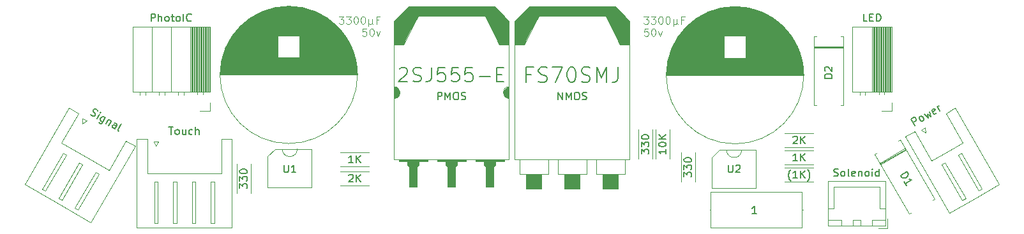
<source format=gbr>
%TF.GenerationSoftware,KiCad,Pcbnew,7.0.9*%
%TF.CreationDate,2024-01-11T17:23:10+09:00*%
%TF.ProjectId,KickerBoard,4b69636b-6572-4426-9f61-72642e6b6963,rev?*%
%TF.SameCoordinates,Original*%
%TF.FileFunction,Legend,Top*%
%TF.FilePolarity,Positive*%
%FSLAX46Y46*%
G04 Gerber Fmt 4.6, Leading zero omitted, Abs format (unit mm)*
G04 Created by KiCad (PCBNEW 7.0.9) date 2024-01-11 17:23:10*
%MOMM*%
%LPD*%
G01*
G04 APERTURE LIST*
%ADD10C,0.120000*%
%ADD11C,0.150000*%
%ADD12C,0.100000*%
G04 APERTURE END LIST*
D10*
X157193804Y-82859379D02*
X157812851Y-82859379D01*
X157812851Y-82859379D02*
X157479518Y-83240331D01*
X157479518Y-83240331D02*
X157622375Y-83240331D01*
X157622375Y-83240331D02*
X157717613Y-83287950D01*
X157717613Y-83287950D02*
X157765232Y-83335569D01*
X157765232Y-83335569D02*
X157812851Y-83430807D01*
X157812851Y-83430807D02*
X157812851Y-83668902D01*
X157812851Y-83668902D02*
X157765232Y-83764140D01*
X157765232Y-83764140D02*
X157717613Y-83811760D01*
X157717613Y-83811760D02*
X157622375Y-83859379D01*
X157622375Y-83859379D02*
X157336661Y-83859379D01*
X157336661Y-83859379D02*
X157241423Y-83811760D01*
X157241423Y-83811760D02*
X157193804Y-83764140D01*
X158146185Y-82859379D02*
X158765232Y-82859379D01*
X158765232Y-82859379D02*
X158431899Y-83240331D01*
X158431899Y-83240331D02*
X158574756Y-83240331D01*
X158574756Y-83240331D02*
X158669994Y-83287950D01*
X158669994Y-83287950D02*
X158717613Y-83335569D01*
X158717613Y-83335569D02*
X158765232Y-83430807D01*
X158765232Y-83430807D02*
X158765232Y-83668902D01*
X158765232Y-83668902D02*
X158717613Y-83764140D01*
X158717613Y-83764140D02*
X158669994Y-83811760D01*
X158669994Y-83811760D02*
X158574756Y-83859379D01*
X158574756Y-83859379D02*
X158289042Y-83859379D01*
X158289042Y-83859379D02*
X158193804Y-83811760D01*
X158193804Y-83811760D02*
X158146185Y-83764140D01*
X159384280Y-82859379D02*
X159479518Y-82859379D01*
X159479518Y-82859379D02*
X159574756Y-82906998D01*
X159574756Y-82906998D02*
X159622375Y-82954617D01*
X159622375Y-82954617D02*
X159669994Y-83049855D01*
X159669994Y-83049855D02*
X159717613Y-83240331D01*
X159717613Y-83240331D02*
X159717613Y-83478426D01*
X159717613Y-83478426D02*
X159669994Y-83668902D01*
X159669994Y-83668902D02*
X159622375Y-83764140D01*
X159622375Y-83764140D02*
X159574756Y-83811760D01*
X159574756Y-83811760D02*
X159479518Y-83859379D01*
X159479518Y-83859379D02*
X159384280Y-83859379D01*
X159384280Y-83859379D02*
X159289042Y-83811760D01*
X159289042Y-83811760D02*
X159241423Y-83764140D01*
X159241423Y-83764140D02*
X159193804Y-83668902D01*
X159193804Y-83668902D02*
X159146185Y-83478426D01*
X159146185Y-83478426D02*
X159146185Y-83240331D01*
X159146185Y-83240331D02*
X159193804Y-83049855D01*
X159193804Y-83049855D02*
X159241423Y-82954617D01*
X159241423Y-82954617D02*
X159289042Y-82906998D01*
X159289042Y-82906998D02*
X159384280Y-82859379D01*
X160336661Y-82859379D02*
X160431899Y-82859379D01*
X160431899Y-82859379D02*
X160527137Y-82906998D01*
X160527137Y-82906998D02*
X160574756Y-82954617D01*
X160574756Y-82954617D02*
X160622375Y-83049855D01*
X160622375Y-83049855D02*
X160669994Y-83240331D01*
X160669994Y-83240331D02*
X160669994Y-83478426D01*
X160669994Y-83478426D02*
X160622375Y-83668902D01*
X160622375Y-83668902D02*
X160574756Y-83764140D01*
X160574756Y-83764140D02*
X160527137Y-83811760D01*
X160527137Y-83811760D02*
X160431899Y-83859379D01*
X160431899Y-83859379D02*
X160336661Y-83859379D01*
X160336661Y-83859379D02*
X160241423Y-83811760D01*
X160241423Y-83811760D02*
X160193804Y-83764140D01*
X160193804Y-83764140D02*
X160146185Y-83668902D01*
X160146185Y-83668902D02*
X160098566Y-83478426D01*
X160098566Y-83478426D02*
X160098566Y-83240331D01*
X160098566Y-83240331D02*
X160146185Y-83049855D01*
X160146185Y-83049855D02*
X160193804Y-82954617D01*
X160193804Y-82954617D02*
X160241423Y-82906998D01*
X160241423Y-82906998D02*
X160336661Y-82859379D01*
X161098566Y-83192712D02*
X161098566Y-84192712D01*
X161574756Y-83716521D02*
X161622375Y-83811760D01*
X161622375Y-83811760D02*
X161717613Y-83859379D01*
X161098566Y-83716521D02*
X161146185Y-83811760D01*
X161146185Y-83811760D02*
X161241423Y-83859379D01*
X161241423Y-83859379D02*
X161431899Y-83859379D01*
X161431899Y-83859379D02*
X161527137Y-83811760D01*
X161527137Y-83811760D02*
X161574756Y-83716521D01*
X161574756Y-83716521D02*
X161574756Y-83192712D01*
X162479518Y-83335569D02*
X162146185Y-83335569D01*
X162146185Y-83859379D02*
X162146185Y-82859379D01*
X162146185Y-82859379D02*
X162622375Y-82859379D01*
X157765232Y-84469379D02*
X157289042Y-84469379D01*
X157289042Y-84469379D02*
X157241423Y-84945569D01*
X157241423Y-84945569D02*
X157289042Y-84897950D01*
X157289042Y-84897950D02*
X157384280Y-84850331D01*
X157384280Y-84850331D02*
X157622375Y-84850331D01*
X157622375Y-84850331D02*
X157717613Y-84897950D01*
X157717613Y-84897950D02*
X157765232Y-84945569D01*
X157765232Y-84945569D02*
X157812851Y-85040807D01*
X157812851Y-85040807D02*
X157812851Y-85278902D01*
X157812851Y-85278902D02*
X157765232Y-85374140D01*
X157765232Y-85374140D02*
X157717613Y-85421760D01*
X157717613Y-85421760D02*
X157622375Y-85469379D01*
X157622375Y-85469379D02*
X157384280Y-85469379D01*
X157384280Y-85469379D02*
X157289042Y-85421760D01*
X157289042Y-85421760D02*
X157241423Y-85374140D01*
X158431899Y-84469379D02*
X158527137Y-84469379D01*
X158527137Y-84469379D02*
X158622375Y-84516998D01*
X158622375Y-84516998D02*
X158669994Y-84564617D01*
X158669994Y-84564617D02*
X158717613Y-84659855D01*
X158717613Y-84659855D02*
X158765232Y-84850331D01*
X158765232Y-84850331D02*
X158765232Y-85088426D01*
X158765232Y-85088426D02*
X158717613Y-85278902D01*
X158717613Y-85278902D02*
X158669994Y-85374140D01*
X158669994Y-85374140D02*
X158622375Y-85421760D01*
X158622375Y-85421760D02*
X158527137Y-85469379D01*
X158527137Y-85469379D02*
X158431899Y-85469379D01*
X158431899Y-85469379D02*
X158336661Y-85421760D01*
X158336661Y-85421760D02*
X158289042Y-85374140D01*
X158289042Y-85374140D02*
X158241423Y-85278902D01*
X158241423Y-85278902D02*
X158193804Y-85088426D01*
X158193804Y-85088426D02*
X158193804Y-84850331D01*
X158193804Y-84850331D02*
X158241423Y-84659855D01*
X158241423Y-84659855D02*
X158289042Y-84564617D01*
X158289042Y-84564617D02*
X158336661Y-84516998D01*
X158336661Y-84516998D02*
X158431899Y-84469379D01*
X159098566Y-84802712D02*
X159336661Y-85469379D01*
X159336661Y-85469379D02*
X159574756Y-84802712D01*
X116777624Y-82859379D02*
X117396671Y-82859379D01*
X117396671Y-82859379D02*
X117063338Y-83240331D01*
X117063338Y-83240331D02*
X117206195Y-83240331D01*
X117206195Y-83240331D02*
X117301433Y-83287950D01*
X117301433Y-83287950D02*
X117349052Y-83335569D01*
X117349052Y-83335569D02*
X117396671Y-83430807D01*
X117396671Y-83430807D02*
X117396671Y-83668902D01*
X117396671Y-83668902D02*
X117349052Y-83764140D01*
X117349052Y-83764140D02*
X117301433Y-83811760D01*
X117301433Y-83811760D02*
X117206195Y-83859379D01*
X117206195Y-83859379D02*
X116920481Y-83859379D01*
X116920481Y-83859379D02*
X116825243Y-83811760D01*
X116825243Y-83811760D02*
X116777624Y-83764140D01*
X117730005Y-82859379D02*
X118349052Y-82859379D01*
X118349052Y-82859379D02*
X118015719Y-83240331D01*
X118015719Y-83240331D02*
X118158576Y-83240331D01*
X118158576Y-83240331D02*
X118253814Y-83287950D01*
X118253814Y-83287950D02*
X118301433Y-83335569D01*
X118301433Y-83335569D02*
X118349052Y-83430807D01*
X118349052Y-83430807D02*
X118349052Y-83668902D01*
X118349052Y-83668902D02*
X118301433Y-83764140D01*
X118301433Y-83764140D02*
X118253814Y-83811760D01*
X118253814Y-83811760D02*
X118158576Y-83859379D01*
X118158576Y-83859379D02*
X117872862Y-83859379D01*
X117872862Y-83859379D02*
X117777624Y-83811760D01*
X117777624Y-83811760D02*
X117730005Y-83764140D01*
X118968100Y-82859379D02*
X119063338Y-82859379D01*
X119063338Y-82859379D02*
X119158576Y-82906998D01*
X119158576Y-82906998D02*
X119206195Y-82954617D01*
X119206195Y-82954617D02*
X119253814Y-83049855D01*
X119253814Y-83049855D02*
X119301433Y-83240331D01*
X119301433Y-83240331D02*
X119301433Y-83478426D01*
X119301433Y-83478426D02*
X119253814Y-83668902D01*
X119253814Y-83668902D02*
X119206195Y-83764140D01*
X119206195Y-83764140D02*
X119158576Y-83811760D01*
X119158576Y-83811760D02*
X119063338Y-83859379D01*
X119063338Y-83859379D02*
X118968100Y-83859379D01*
X118968100Y-83859379D02*
X118872862Y-83811760D01*
X118872862Y-83811760D02*
X118825243Y-83764140D01*
X118825243Y-83764140D02*
X118777624Y-83668902D01*
X118777624Y-83668902D02*
X118730005Y-83478426D01*
X118730005Y-83478426D02*
X118730005Y-83240331D01*
X118730005Y-83240331D02*
X118777624Y-83049855D01*
X118777624Y-83049855D02*
X118825243Y-82954617D01*
X118825243Y-82954617D02*
X118872862Y-82906998D01*
X118872862Y-82906998D02*
X118968100Y-82859379D01*
X119920481Y-82859379D02*
X120015719Y-82859379D01*
X120015719Y-82859379D02*
X120110957Y-82906998D01*
X120110957Y-82906998D02*
X120158576Y-82954617D01*
X120158576Y-82954617D02*
X120206195Y-83049855D01*
X120206195Y-83049855D02*
X120253814Y-83240331D01*
X120253814Y-83240331D02*
X120253814Y-83478426D01*
X120253814Y-83478426D02*
X120206195Y-83668902D01*
X120206195Y-83668902D02*
X120158576Y-83764140D01*
X120158576Y-83764140D02*
X120110957Y-83811760D01*
X120110957Y-83811760D02*
X120015719Y-83859379D01*
X120015719Y-83859379D02*
X119920481Y-83859379D01*
X119920481Y-83859379D02*
X119825243Y-83811760D01*
X119825243Y-83811760D02*
X119777624Y-83764140D01*
X119777624Y-83764140D02*
X119730005Y-83668902D01*
X119730005Y-83668902D02*
X119682386Y-83478426D01*
X119682386Y-83478426D02*
X119682386Y-83240331D01*
X119682386Y-83240331D02*
X119730005Y-83049855D01*
X119730005Y-83049855D02*
X119777624Y-82954617D01*
X119777624Y-82954617D02*
X119825243Y-82906998D01*
X119825243Y-82906998D02*
X119920481Y-82859379D01*
X120682386Y-83192712D02*
X120682386Y-84192712D01*
X121158576Y-83716521D02*
X121206195Y-83811760D01*
X121206195Y-83811760D02*
X121301433Y-83859379D01*
X120682386Y-83716521D02*
X120730005Y-83811760D01*
X120730005Y-83811760D02*
X120825243Y-83859379D01*
X120825243Y-83859379D02*
X121015719Y-83859379D01*
X121015719Y-83859379D02*
X121110957Y-83811760D01*
X121110957Y-83811760D02*
X121158576Y-83716521D01*
X121158576Y-83716521D02*
X121158576Y-83192712D01*
X122063338Y-83335569D02*
X121730005Y-83335569D01*
X121730005Y-83859379D02*
X121730005Y-82859379D01*
X121730005Y-82859379D02*
X122206195Y-82859379D01*
X120396671Y-84469379D02*
X119920481Y-84469379D01*
X119920481Y-84469379D02*
X119872862Y-84945569D01*
X119872862Y-84945569D02*
X119920481Y-84897950D01*
X119920481Y-84897950D02*
X120015719Y-84850331D01*
X120015719Y-84850331D02*
X120253814Y-84850331D01*
X120253814Y-84850331D02*
X120349052Y-84897950D01*
X120349052Y-84897950D02*
X120396671Y-84945569D01*
X120396671Y-84945569D02*
X120444290Y-85040807D01*
X120444290Y-85040807D02*
X120444290Y-85278902D01*
X120444290Y-85278902D02*
X120396671Y-85374140D01*
X120396671Y-85374140D02*
X120349052Y-85421760D01*
X120349052Y-85421760D02*
X120253814Y-85469379D01*
X120253814Y-85469379D02*
X120015719Y-85469379D01*
X120015719Y-85469379D02*
X119920481Y-85421760D01*
X119920481Y-85421760D02*
X119872862Y-85374140D01*
X121063338Y-84469379D02*
X121158576Y-84469379D01*
X121158576Y-84469379D02*
X121253814Y-84516998D01*
X121253814Y-84516998D02*
X121301433Y-84564617D01*
X121301433Y-84564617D02*
X121349052Y-84659855D01*
X121349052Y-84659855D02*
X121396671Y-84850331D01*
X121396671Y-84850331D02*
X121396671Y-85088426D01*
X121396671Y-85088426D02*
X121349052Y-85278902D01*
X121349052Y-85278902D02*
X121301433Y-85374140D01*
X121301433Y-85374140D02*
X121253814Y-85421760D01*
X121253814Y-85421760D02*
X121158576Y-85469379D01*
X121158576Y-85469379D02*
X121063338Y-85469379D01*
X121063338Y-85469379D02*
X120968100Y-85421760D01*
X120968100Y-85421760D02*
X120920481Y-85374140D01*
X120920481Y-85374140D02*
X120872862Y-85278902D01*
X120872862Y-85278902D02*
X120825243Y-85088426D01*
X120825243Y-85088426D02*
X120825243Y-84850331D01*
X120825243Y-84850331D02*
X120872862Y-84659855D01*
X120872862Y-84659855D02*
X120920481Y-84564617D01*
X120920481Y-84564617D02*
X120968100Y-84516998D01*
X120968100Y-84516998D02*
X121063338Y-84469379D01*
X121730005Y-84802712D02*
X121968100Y-85469379D01*
X121968100Y-85469379D02*
X122206195Y-84802712D01*
D11*
X91845143Y-83512819D02*
X91845143Y-82512819D01*
X91845143Y-82512819D02*
X92226095Y-82512819D01*
X92226095Y-82512819D02*
X92321333Y-82560438D01*
X92321333Y-82560438D02*
X92368952Y-82608057D01*
X92368952Y-82608057D02*
X92416571Y-82703295D01*
X92416571Y-82703295D02*
X92416571Y-82846152D01*
X92416571Y-82846152D02*
X92368952Y-82941390D01*
X92368952Y-82941390D02*
X92321333Y-82989009D01*
X92321333Y-82989009D02*
X92226095Y-83036628D01*
X92226095Y-83036628D02*
X91845143Y-83036628D01*
X92845143Y-83512819D02*
X92845143Y-82512819D01*
X93273714Y-83512819D02*
X93273714Y-82989009D01*
X93273714Y-82989009D02*
X93226095Y-82893771D01*
X93226095Y-82893771D02*
X93130857Y-82846152D01*
X93130857Y-82846152D02*
X92988000Y-82846152D01*
X92988000Y-82846152D02*
X92892762Y-82893771D01*
X92892762Y-82893771D02*
X92845143Y-82941390D01*
X93892762Y-83512819D02*
X93797524Y-83465200D01*
X93797524Y-83465200D02*
X93749905Y-83417580D01*
X93749905Y-83417580D02*
X93702286Y-83322342D01*
X93702286Y-83322342D02*
X93702286Y-83036628D01*
X93702286Y-83036628D02*
X93749905Y-82941390D01*
X93749905Y-82941390D02*
X93797524Y-82893771D01*
X93797524Y-82893771D02*
X93892762Y-82846152D01*
X93892762Y-82846152D02*
X94035619Y-82846152D01*
X94035619Y-82846152D02*
X94130857Y-82893771D01*
X94130857Y-82893771D02*
X94178476Y-82941390D01*
X94178476Y-82941390D02*
X94226095Y-83036628D01*
X94226095Y-83036628D02*
X94226095Y-83322342D01*
X94226095Y-83322342D02*
X94178476Y-83417580D01*
X94178476Y-83417580D02*
X94130857Y-83465200D01*
X94130857Y-83465200D02*
X94035619Y-83512819D01*
X94035619Y-83512819D02*
X93892762Y-83512819D01*
X94511810Y-82846152D02*
X94892762Y-82846152D01*
X94654667Y-82512819D02*
X94654667Y-83369961D01*
X94654667Y-83369961D02*
X94702286Y-83465200D01*
X94702286Y-83465200D02*
X94797524Y-83512819D01*
X94797524Y-83512819D02*
X94892762Y-83512819D01*
X95368953Y-83512819D02*
X95273715Y-83465200D01*
X95273715Y-83465200D02*
X95226096Y-83417580D01*
X95226096Y-83417580D02*
X95178477Y-83322342D01*
X95178477Y-83322342D02*
X95178477Y-83036628D01*
X95178477Y-83036628D02*
X95226096Y-82941390D01*
X95226096Y-82941390D02*
X95273715Y-82893771D01*
X95273715Y-82893771D02*
X95368953Y-82846152D01*
X95368953Y-82846152D02*
X95511810Y-82846152D01*
X95511810Y-82846152D02*
X95607048Y-82893771D01*
X95607048Y-82893771D02*
X95654667Y-82941390D01*
X95654667Y-82941390D02*
X95702286Y-83036628D01*
X95702286Y-83036628D02*
X95702286Y-83322342D01*
X95702286Y-83322342D02*
X95654667Y-83417580D01*
X95654667Y-83417580D02*
X95607048Y-83465200D01*
X95607048Y-83465200D02*
X95511810Y-83512819D01*
X95511810Y-83512819D02*
X95368953Y-83512819D01*
X96130858Y-83512819D02*
X96130858Y-82512819D01*
X97178476Y-83417580D02*
X97130857Y-83465200D01*
X97130857Y-83465200D02*
X96988000Y-83512819D01*
X96988000Y-83512819D02*
X96892762Y-83512819D01*
X96892762Y-83512819D02*
X96749905Y-83465200D01*
X96749905Y-83465200D02*
X96654667Y-83369961D01*
X96654667Y-83369961D02*
X96607048Y-83274723D01*
X96607048Y-83274723D02*
X96559429Y-83084247D01*
X96559429Y-83084247D02*
X96559429Y-82941390D01*
X96559429Y-82941390D02*
X96607048Y-82750914D01*
X96607048Y-82750914D02*
X96654667Y-82655676D01*
X96654667Y-82655676D02*
X96749905Y-82560438D01*
X96749905Y-82560438D02*
X96892762Y-82512819D01*
X96892762Y-82512819D02*
X96988000Y-82512819D01*
X96988000Y-82512819D02*
X97130857Y-82560438D01*
X97130857Y-82560438D02*
X97178476Y-82608057D01*
X83838632Y-95878341D02*
X83938540Y-95991009D01*
X83938540Y-95991009D02*
X84144737Y-96110056D01*
X84144737Y-96110056D02*
X84251025Y-96116436D01*
X84251025Y-96116436D02*
X84316074Y-96099006D01*
X84316074Y-96099006D02*
X84404932Y-96040337D01*
X84404932Y-96040337D02*
X84452551Y-95957858D01*
X84452551Y-95957858D02*
X84458931Y-95851570D01*
X84458931Y-95851570D02*
X84441501Y-95786521D01*
X84441501Y-95786521D02*
X84382832Y-95697663D01*
X84382832Y-95697663D02*
X84241685Y-95561186D01*
X84241685Y-95561186D02*
X84183015Y-95472327D01*
X84183015Y-95472327D02*
X84165586Y-95407279D01*
X84165586Y-95407279D02*
X84171965Y-95300990D01*
X84171965Y-95300990D02*
X84219584Y-95218512D01*
X84219584Y-95218512D02*
X84308443Y-95159843D01*
X84308443Y-95159843D02*
X84373492Y-95142413D01*
X84373492Y-95142413D02*
X84479780Y-95148793D01*
X84479780Y-95148793D02*
X84685976Y-95267840D01*
X84685976Y-95267840D02*
X84785885Y-95380508D01*
X84680848Y-96419580D02*
X85014181Y-95842230D01*
X85180848Y-95553555D02*
X85115799Y-95570984D01*
X85115799Y-95570984D02*
X85133229Y-95636033D01*
X85133229Y-95636033D02*
X85198278Y-95618603D01*
X85198278Y-95618603D02*
X85180848Y-95553555D01*
X85180848Y-95553555D02*
X85133229Y-95636033D01*
X85797728Y-96294610D02*
X85392966Y-96995679D01*
X85392966Y-96995679D02*
X85304107Y-97054348D01*
X85304107Y-97054348D02*
X85239059Y-97071777D01*
X85239059Y-97071777D02*
X85132770Y-97065398D01*
X85132770Y-97065398D02*
X85009053Y-96993969D01*
X85009053Y-96993969D02*
X84950383Y-96905111D01*
X85488204Y-96830721D02*
X85381916Y-96824342D01*
X85381916Y-96824342D02*
X85216959Y-96729104D01*
X85216959Y-96729104D02*
X85158289Y-96640245D01*
X85158289Y-96640245D02*
X85140860Y-96575196D01*
X85140860Y-96575196D02*
X85147239Y-96468908D01*
X85147239Y-96468908D02*
X85290097Y-96221472D01*
X85290097Y-96221472D02*
X85378955Y-96162803D01*
X85378955Y-96162803D02*
X85444004Y-96145374D01*
X85444004Y-96145374D02*
X85550292Y-96151753D01*
X85550292Y-96151753D02*
X85715249Y-96246991D01*
X85715249Y-96246991D02*
X85773918Y-96335850D01*
X86210121Y-96532706D02*
X85876788Y-97110056D01*
X86162502Y-96615184D02*
X86227551Y-96597755D01*
X86227551Y-96597755D02*
X86333839Y-96604134D01*
X86333839Y-96604134D02*
X86457557Y-96675563D01*
X86457557Y-96675563D02*
X86516226Y-96764421D01*
X86516226Y-96764421D02*
X86509846Y-96870709D01*
X86509846Y-96870709D02*
X86247941Y-97324342D01*
X87031488Y-97776723D02*
X87293393Y-97323090D01*
X87293393Y-97323090D02*
X87299773Y-97216802D01*
X87299773Y-97216802D02*
X87241104Y-97127944D01*
X87241104Y-97127944D02*
X87076146Y-97032706D01*
X87076146Y-97032706D02*
X86969858Y-97026326D01*
X87055298Y-97735483D02*
X86949010Y-97729104D01*
X86949010Y-97729104D02*
X86742813Y-97610056D01*
X86742813Y-97610056D02*
X86684144Y-97521198D01*
X86684144Y-97521198D02*
X86690524Y-97414910D01*
X86690524Y-97414910D02*
X86738143Y-97332431D01*
X86738143Y-97332431D02*
X86827001Y-97273762D01*
X86827001Y-97273762D02*
X86933289Y-97280142D01*
X86933289Y-97280142D02*
X87139486Y-97399189D01*
X87139486Y-97399189D02*
X87245774Y-97405569D01*
X87567599Y-98086247D02*
X87508930Y-97997388D01*
X87508930Y-97997388D02*
X87515310Y-97891100D01*
X87515310Y-97891100D02*
X87943881Y-97148793D01*
X145843857Y-93926819D02*
X145843857Y-92926819D01*
X145843857Y-92926819D02*
X146415285Y-93926819D01*
X146415285Y-93926819D02*
X146415285Y-92926819D01*
X146891476Y-93926819D02*
X146891476Y-92926819D01*
X146891476Y-92926819D02*
X147224809Y-93641104D01*
X147224809Y-93641104D02*
X147558142Y-92926819D01*
X147558142Y-92926819D02*
X147558142Y-93926819D01*
X148224809Y-92926819D02*
X148415285Y-92926819D01*
X148415285Y-92926819D02*
X148510523Y-92974438D01*
X148510523Y-92974438D02*
X148605761Y-93069676D01*
X148605761Y-93069676D02*
X148653380Y-93260152D01*
X148653380Y-93260152D02*
X148653380Y-93593485D01*
X148653380Y-93593485D02*
X148605761Y-93783961D01*
X148605761Y-93783961D02*
X148510523Y-93879200D01*
X148510523Y-93879200D02*
X148415285Y-93926819D01*
X148415285Y-93926819D02*
X148224809Y-93926819D01*
X148224809Y-93926819D02*
X148129571Y-93879200D01*
X148129571Y-93879200D02*
X148034333Y-93783961D01*
X148034333Y-93783961D02*
X147986714Y-93593485D01*
X147986714Y-93593485D02*
X147986714Y-93260152D01*
X147986714Y-93260152D02*
X148034333Y-93069676D01*
X148034333Y-93069676D02*
X148129571Y-92974438D01*
X148129571Y-92974438D02*
X148224809Y-92926819D01*
X149034333Y-93879200D02*
X149177190Y-93926819D01*
X149177190Y-93926819D02*
X149415285Y-93926819D01*
X149415285Y-93926819D02*
X149510523Y-93879200D01*
X149510523Y-93879200D02*
X149558142Y-93831580D01*
X149558142Y-93831580D02*
X149605761Y-93736342D01*
X149605761Y-93736342D02*
X149605761Y-93641104D01*
X149605761Y-93641104D02*
X149558142Y-93545866D01*
X149558142Y-93545866D02*
X149510523Y-93498247D01*
X149510523Y-93498247D02*
X149415285Y-93450628D01*
X149415285Y-93450628D02*
X149224809Y-93403009D01*
X149224809Y-93403009D02*
X149129571Y-93355390D01*
X149129571Y-93355390D02*
X149081952Y-93307771D01*
X149081952Y-93307771D02*
X149034333Y-93212533D01*
X149034333Y-93212533D02*
X149034333Y-93117295D01*
X149034333Y-93117295D02*
X149081952Y-93022057D01*
X149081952Y-93022057D02*
X149129571Y-92974438D01*
X149129571Y-92974438D02*
X149224809Y-92926819D01*
X149224809Y-92926819D02*
X149462904Y-92926819D01*
X149462904Y-92926819D02*
X149605761Y-92974438D01*
X142272428Y-90547819D02*
X141605761Y-90547819D01*
X141605761Y-91595438D02*
X141605761Y-89595438D01*
X141605761Y-89595438D02*
X142558142Y-89595438D01*
X143224809Y-91500200D02*
X143510523Y-91595438D01*
X143510523Y-91595438D02*
X143986714Y-91595438D01*
X143986714Y-91595438D02*
X144177190Y-91500200D01*
X144177190Y-91500200D02*
X144272428Y-91404961D01*
X144272428Y-91404961D02*
X144367666Y-91214485D01*
X144367666Y-91214485D02*
X144367666Y-91024009D01*
X144367666Y-91024009D02*
X144272428Y-90833533D01*
X144272428Y-90833533D02*
X144177190Y-90738295D01*
X144177190Y-90738295D02*
X143986714Y-90643057D01*
X143986714Y-90643057D02*
X143605761Y-90547819D01*
X143605761Y-90547819D02*
X143415285Y-90452580D01*
X143415285Y-90452580D02*
X143320047Y-90357342D01*
X143320047Y-90357342D02*
X143224809Y-90166866D01*
X143224809Y-90166866D02*
X143224809Y-89976390D01*
X143224809Y-89976390D02*
X143320047Y-89785914D01*
X143320047Y-89785914D02*
X143415285Y-89690676D01*
X143415285Y-89690676D02*
X143605761Y-89595438D01*
X143605761Y-89595438D02*
X144081952Y-89595438D01*
X144081952Y-89595438D02*
X144367666Y-89690676D01*
X145034333Y-89595438D02*
X146367666Y-89595438D01*
X146367666Y-89595438D02*
X145510523Y-91595438D01*
X147510523Y-89595438D02*
X147701000Y-89595438D01*
X147701000Y-89595438D02*
X147891476Y-89690676D01*
X147891476Y-89690676D02*
X147986714Y-89785914D01*
X147986714Y-89785914D02*
X148081952Y-89976390D01*
X148081952Y-89976390D02*
X148177190Y-90357342D01*
X148177190Y-90357342D02*
X148177190Y-90833533D01*
X148177190Y-90833533D02*
X148081952Y-91214485D01*
X148081952Y-91214485D02*
X147986714Y-91404961D01*
X147986714Y-91404961D02*
X147891476Y-91500200D01*
X147891476Y-91500200D02*
X147701000Y-91595438D01*
X147701000Y-91595438D02*
X147510523Y-91595438D01*
X147510523Y-91595438D02*
X147320047Y-91500200D01*
X147320047Y-91500200D02*
X147224809Y-91404961D01*
X147224809Y-91404961D02*
X147129571Y-91214485D01*
X147129571Y-91214485D02*
X147034333Y-90833533D01*
X147034333Y-90833533D02*
X147034333Y-90357342D01*
X147034333Y-90357342D02*
X147129571Y-89976390D01*
X147129571Y-89976390D02*
X147224809Y-89785914D01*
X147224809Y-89785914D02*
X147320047Y-89690676D01*
X147320047Y-89690676D02*
X147510523Y-89595438D01*
X148939095Y-91500200D02*
X149224809Y-91595438D01*
X149224809Y-91595438D02*
X149701000Y-91595438D01*
X149701000Y-91595438D02*
X149891476Y-91500200D01*
X149891476Y-91500200D02*
X149986714Y-91404961D01*
X149986714Y-91404961D02*
X150081952Y-91214485D01*
X150081952Y-91214485D02*
X150081952Y-91024009D01*
X150081952Y-91024009D02*
X149986714Y-90833533D01*
X149986714Y-90833533D02*
X149891476Y-90738295D01*
X149891476Y-90738295D02*
X149701000Y-90643057D01*
X149701000Y-90643057D02*
X149320047Y-90547819D01*
X149320047Y-90547819D02*
X149129571Y-90452580D01*
X149129571Y-90452580D02*
X149034333Y-90357342D01*
X149034333Y-90357342D02*
X148939095Y-90166866D01*
X148939095Y-90166866D02*
X148939095Y-89976390D01*
X148939095Y-89976390D02*
X149034333Y-89785914D01*
X149034333Y-89785914D02*
X149129571Y-89690676D01*
X149129571Y-89690676D02*
X149320047Y-89595438D01*
X149320047Y-89595438D02*
X149796238Y-89595438D01*
X149796238Y-89595438D02*
X150081952Y-89690676D01*
X150939095Y-91595438D02*
X150939095Y-89595438D01*
X150939095Y-89595438D02*
X151605762Y-91024009D01*
X151605762Y-91024009D02*
X152272428Y-89595438D01*
X152272428Y-89595438D02*
X152272428Y-91595438D01*
X153796238Y-89595438D02*
X153796238Y-91024009D01*
X153796238Y-91024009D02*
X153700999Y-91309723D01*
X153700999Y-91309723D02*
X153510523Y-91500200D01*
X153510523Y-91500200D02*
X153224809Y-91595438D01*
X153224809Y-91595438D02*
X153034333Y-91595438D01*
X109484095Y-102578819D02*
X109484095Y-103388342D01*
X109484095Y-103388342D02*
X109531714Y-103483580D01*
X109531714Y-103483580D02*
X109579333Y-103531200D01*
X109579333Y-103531200D02*
X109674571Y-103578819D01*
X109674571Y-103578819D02*
X109865047Y-103578819D01*
X109865047Y-103578819D02*
X109960285Y-103531200D01*
X109960285Y-103531200D02*
X110007904Y-103483580D01*
X110007904Y-103483580D02*
X110055523Y-103388342D01*
X110055523Y-103388342D02*
X110055523Y-102578819D01*
X111055523Y-103578819D02*
X110484095Y-103578819D01*
X110769809Y-103578819D02*
X110769809Y-102578819D01*
X110769809Y-102578819D02*
X110674571Y-102721676D01*
X110674571Y-102721676D02*
X110579333Y-102816914D01*
X110579333Y-102816914D02*
X110484095Y-102864533D01*
X156866819Y-101107713D02*
X156866819Y-100488666D01*
X156866819Y-100488666D02*
X157247771Y-100821999D01*
X157247771Y-100821999D02*
X157247771Y-100679142D01*
X157247771Y-100679142D02*
X157295390Y-100583904D01*
X157295390Y-100583904D02*
X157343009Y-100536285D01*
X157343009Y-100536285D02*
X157438247Y-100488666D01*
X157438247Y-100488666D02*
X157676342Y-100488666D01*
X157676342Y-100488666D02*
X157771580Y-100536285D01*
X157771580Y-100536285D02*
X157819200Y-100583904D01*
X157819200Y-100583904D02*
X157866819Y-100679142D01*
X157866819Y-100679142D02*
X157866819Y-100964856D01*
X157866819Y-100964856D02*
X157819200Y-101060094D01*
X157819200Y-101060094D02*
X157771580Y-101107713D01*
X156866819Y-100155332D02*
X156866819Y-99536285D01*
X156866819Y-99536285D02*
X157247771Y-99869618D01*
X157247771Y-99869618D02*
X157247771Y-99726761D01*
X157247771Y-99726761D02*
X157295390Y-99631523D01*
X157295390Y-99631523D02*
X157343009Y-99583904D01*
X157343009Y-99583904D02*
X157438247Y-99536285D01*
X157438247Y-99536285D02*
X157676342Y-99536285D01*
X157676342Y-99536285D02*
X157771580Y-99583904D01*
X157771580Y-99583904D02*
X157819200Y-99631523D01*
X157819200Y-99631523D02*
X157866819Y-99726761D01*
X157866819Y-99726761D02*
X157866819Y-100012475D01*
X157866819Y-100012475D02*
X157819200Y-100107713D01*
X157819200Y-100107713D02*
X157771580Y-100155332D01*
X156866819Y-98917237D02*
X156866819Y-98821999D01*
X156866819Y-98821999D02*
X156914438Y-98726761D01*
X156914438Y-98726761D02*
X156962057Y-98679142D01*
X156962057Y-98679142D02*
X157057295Y-98631523D01*
X157057295Y-98631523D02*
X157247771Y-98583904D01*
X157247771Y-98583904D02*
X157485866Y-98583904D01*
X157485866Y-98583904D02*
X157676342Y-98631523D01*
X157676342Y-98631523D02*
X157771580Y-98679142D01*
X157771580Y-98679142D02*
X157819200Y-98726761D01*
X157819200Y-98726761D02*
X157866819Y-98821999D01*
X157866819Y-98821999D02*
X157866819Y-98917237D01*
X157866819Y-98917237D02*
X157819200Y-99012475D01*
X157819200Y-99012475D02*
X157771580Y-99060094D01*
X157771580Y-99060094D02*
X157676342Y-99107713D01*
X157676342Y-99107713D02*
X157485866Y-99155332D01*
X157485866Y-99155332D02*
X157247771Y-99155332D01*
X157247771Y-99155332D02*
X157057295Y-99107713D01*
X157057295Y-99107713D02*
X156962057Y-99060094D01*
X156962057Y-99060094D02*
X156914438Y-99012475D01*
X156914438Y-99012475D02*
X156866819Y-98917237D01*
X176680952Y-104721771D02*
X176633333Y-104674152D01*
X176633333Y-104674152D02*
X176538095Y-104531295D01*
X176538095Y-104531295D02*
X176490476Y-104436057D01*
X176490476Y-104436057D02*
X176442857Y-104293200D01*
X176442857Y-104293200D02*
X176395238Y-104055104D01*
X176395238Y-104055104D02*
X176395238Y-103864628D01*
X176395238Y-103864628D02*
X176442857Y-103626533D01*
X176442857Y-103626533D02*
X176490476Y-103483676D01*
X176490476Y-103483676D02*
X176538095Y-103388438D01*
X176538095Y-103388438D02*
X176633333Y-103245580D01*
X176633333Y-103245580D02*
X176680952Y-103197961D01*
X177585714Y-104340819D02*
X177014286Y-104340819D01*
X177300000Y-104340819D02*
X177300000Y-103340819D01*
X177300000Y-103340819D02*
X177204762Y-103483676D01*
X177204762Y-103483676D02*
X177109524Y-103578914D01*
X177109524Y-103578914D02*
X177014286Y-103626533D01*
X178014286Y-104340819D02*
X178014286Y-103340819D01*
X178585714Y-104340819D02*
X178157143Y-103769390D01*
X178585714Y-103340819D02*
X178014286Y-103912247D01*
X178919048Y-104721771D02*
X178966667Y-104674152D01*
X178966667Y-104674152D02*
X179061905Y-104531295D01*
X179061905Y-104531295D02*
X179109524Y-104436057D01*
X179109524Y-104436057D02*
X179157143Y-104293200D01*
X179157143Y-104293200D02*
X179204762Y-104055104D01*
X179204762Y-104055104D02*
X179204762Y-103864628D01*
X179204762Y-103864628D02*
X179157143Y-103626533D01*
X179157143Y-103626533D02*
X179109524Y-103483676D01*
X179109524Y-103483676D02*
X179061905Y-103388438D01*
X179061905Y-103388438D02*
X178966667Y-103245580D01*
X178966667Y-103245580D02*
X178919048Y-103197961D01*
X172142114Y-109065219D02*
X171570686Y-109065219D01*
X171856400Y-109065219D02*
X171856400Y-108065219D01*
X171856400Y-108065219D02*
X171761162Y-108208076D01*
X171761162Y-108208076D02*
X171665924Y-108303314D01*
X171665924Y-108303314D02*
X171570686Y-108350933D01*
X118086286Y-103944057D02*
X118133905Y-103896438D01*
X118133905Y-103896438D02*
X118229143Y-103848819D01*
X118229143Y-103848819D02*
X118467238Y-103848819D01*
X118467238Y-103848819D02*
X118562476Y-103896438D01*
X118562476Y-103896438D02*
X118610095Y-103944057D01*
X118610095Y-103944057D02*
X118657714Y-104039295D01*
X118657714Y-104039295D02*
X118657714Y-104134533D01*
X118657714Y-104134533D02*
X118610095Y-104277390D01*
X118610095Y-104277390D02*
X118038667Y-104848819D01*
X118038667Y-104848819D02*
X118657714Y-104848819D01*
X119086286Y-104848819D02*
X119086286Y-103848819D01*
X119657714Y-104848819D02*
X119229143Y-104277390D01*
X119657714Y-103848819D02*
X119086286Y-104420247D01*
X129865667Y-93926819D02*
X129865667Y-92926819D01*
X129865667Y-92926819D02*
X130246619Y-92926819D01*
X130246619Y-92926819D02*
X130341857Y-92974438D01*
X130341857Y-92974438D02*
X130389476Y-93022057D01*
X130389476Y-93022057D02*
X130437095Y-93117295D01*
X130437095Y-93117295D02*
X130437095Y-93260152D01*
X130437095Y-93260152D02*
X130389476Y-93355390D01*
X130389476Y-93355390D02*
X130341857Y-93403009D01*
X130341857Y-93403009D02*
X130246619Y-93450628D01*
X130246619Y-93450628D02*
X129865667Y-93450628D01*
X130865667Y-93926819D02*
X130865667Y-92926819D01*
X130865667Y-92926819D02*
X131199000Y-93641104D01*
X131199000Y-93641104D02*
X131532333Y-92926819D01*
X131532333Y-92926819D02*
X131532333Y-93926819D01*
X132199000Y-92926819D02*
X132389476Y-92926819D01*
X132389476Y-92926819D02*
X132484714Y-92974438D01*
X132484714Y-92974438D02*
X132579952Y-93069676D01*
X132579952Y-93069676D02*
X132627571Y-93260152D01*
X132627571Y-93260152D02*
X132627571Y-93593485D01*
X132627571Y-93593485D02*
X132579952Y-93783961D01*
X132579952Y-93783961D02*
X132484714Y-93879200D01*
X132484714Y-93879200D02*
X132389476Y-93926819D01*
X132389476Y-93926819D02*
X132199000Y-93926819D01*
X132199000Y-93926819D02*
X132103762Y-93879200D01*
X132103762Y-93879200D02*
X132008524Y-93783961D01*
X132008524Y-93783961D02*
X131960905Y-93593485D01*
X131960905Y-93593485D02*
X131960905Y-93260152D01*
X131960905Y-93260152D02*
X132008524Y-93069676D01*
X132008524Y-93069676D02*
X132103762Y-92974438D01*
X132103762Y-92974438D02*
X132199000Y-92926819D01*
X133008524Y-93879200D02*
X133151381Y-93926819D01*
X133151381Y-93926819D02*
X133389476Y-93926819D01*
X133389476Y-93926819D02*
X133484714Y-93879200D01*
X133484714Y-93879200D02*
X133532333Y-93831580D01*
X133532333Y-93831580D02*
X133579952Y-93736342D01*
X133579952Y-93736342D02*
X133579952Y-93641104D01*
X133579952Y-93641104D02*
X133532333Y-93545866D01*
X133532333Y-93545866D02*
X133484714Y-93498247D01*
X133484714Y-93498247D02*
X133389476Y-93450628D01*
X133389476Y-93450628D02*
X133199000Y-93403009D01*
X133199000Y-93403009D02*
X133103762Y-93355390D01*
X133103762Y-93355390D02*
X133056143Y-93307771D01*
X133056143Y-93307771D02*
X133008524Y-93212533D01*
X133008524Y-93212533D02*
X133008524Y-93117295D01*
X133008524Y-93117295D02*
X133056143Y-93022057D01*
X133056143Y-93022057D02*
X133103762Y-92974438D01*
X133103762Y-92974438D02*
X133199000Y-92926819D01*
X133199000Y-92926819D02*
X133437095Y-92926819D01*
X133437095Y-92926819D02*
X133579952Y-92974438D01*
X124777570Y-89830128D02*
X124868046Y-89739652D01*
X124868046Y-89739652D02*
X125048999Y-89649176D01*
X125048999Y-89649176D02*
X125501380Y-89649176D01*
X125501380Y-89649176D02*
X125682332Y-89739652D01*
X125682332Y-89739652D02*
X125772808Y-89830128D01*
X125772808Y-89830128D02*
X125863285Y-90011080D01*
X125863285Y-90011080D02*
X125863285Y-90192033D01*
X125863285Y-90192033D02*
X125772808Y-90463461D01*
X125772808Y-90463461D02*
X124687094Y-91549176D01*
X124687094Y-91549176D02*
X125863285Y-91549176D01*
X126587094Y-91458700D02*
X126858523Y-91549176D01*
X126858523Y-91549176D02*
X127310904Y-91549176D01*
X127310904Y-91549176D02*
X127491856Y-91458700D01*
X127491856Y-91458700D02*
X127582332Y-91368223D01*
X127582332Y-91368223D02*
X127672809Y-91187271D01*
X127672809Y-91187271D02*
X127672809Y-91006319D01*
X127672809Y-91006319D02*
X127582332Y-90825366D01*
X127582332Y-90825366D02*
X127491856Y-90734890D01*
X127491856Y-90734890D02*
X127310904Y-90644414D01*
X127310904Y-90644414D02*
X126948999Y-90553938D01*
X126948999Y-90553938D02*
X126768047Y-90463461D01*
X126768047Y-90463461D02*
X126677570Y-90372985D01*
X126677570Y-90372985D02*
X126587094Y-90192033D01*
X126587094Y-90192033D02*
X126587094Y-90011080D01*
X126587094Y-90011080D02*
X126677570Y-89830128D01*
X126677570Y-89830128D02*
X126768047Y-89739652D01*
X126768047Y-89739652D02*
X126948999Y-89649176D01*
X126948999Y-89649176D02*
X127401380Y-89649176D01*
X127401380Y-89649176D02*
X127672809Y-89739652D01*
X129029952Y-89649176D02*
X129029952Y-91006319D01*
X129029952Y-91006319D02*
X128939475Y-91277747D01*
X128939475Y-91277747D02*
X128758523Y-91458700D01*
X128758523Y-91458700D02*
X128487094Y-91549176D01*
X128487094Y-91549176D02*
X128306142Y-91549176D01*
X130839475Y-89649176D02*
X129934713Y-89649176D01*
X129934713Y-89649176D02*
X129844237Y-90553938D01*
X129844237Y-90553938D02*
X129934713Y-90463461D01*
X129934713Y-90463461D02*
X130115666Y-90372985D01*
X130115666Y-90372985D02*
X130568047Y-90372985D01*
X130568047Y-90372985D02*
X130748999Y-90463461D01*
X130748999Y-90463461D02*
X130839475Y-90553938D01*
X130839475Y-90553938D02*
X130929952Y-90734890D01*
X130929952Y-90734890D02*
X130929952Y-91187271D01*
X130929952Y-91187271D02*
X130839475Y-91368223D01*
X130839475Y-91368223D02*
X130748999Y-91458700D01*
X130748999Y-91458700D02*
X130568047Y-91549176D01*
X130568047Y-91549176D02*
X130115666Y-91549176D01*
X130115666Y-91549176D02*
X129934713Y-91458700D01*
X129934713Y-91458700D02*
X129844237Y-91368223D01*
X132648999Y-89649176D02*
X131744237Y-89649176D01*
X131744237Y-89649176D02*
X131653761Y-90553938D01*
X131653761Y-90553938D02*
X131744237Y-90463461D01*
X131744237Y-90463461D02*
X131925190Y-90372985D01*
X131925190Y-90372985D02*
X132377571Y-90372985D01*
X132377571Y-90372985D02*
X132558523Y-90463461D01*
X132558523Y-90463461D02*
X132648999Y-90553938D01*
X132648999Y-90553938D02*
X132739476Y-90734890D01*
X132739476Y-90734890D02*
X132739476Y-91187271D01*
X132739476Y-91187271D02*
X132648999Y-91368223D01*
X132648999Y-91368223D02*
X132558523Y-91458700D01*
X132558523Y-91458700D02*
X132377571Y-91549176D01*
X132377571Y-91549176D02*
X131925190Y-91549176D01*
X131925190Y-91549176D02*
X131744237Y-91458700D01*
X131744237Y-91458700D02*
X131653761Y-91368223D01*
X134458523Y-89649176D02*
X133553761Y-89649176D01*
X133553761Y-89649176D02*
X133463285Y-90553938D01*
X133463285Y-90553938D02*
X133553761Y-90463461D01*
X133553761Y-90463461D02*
X133734714Y-90372985D01*
X133734714Y-90372985D02*
X134187095Y-90372985D01*
X134187095Y-90372985D02*
X134368047Y-90463461D01*
X134368047Y-90463461D02*
X134458523Y-90553938D01*
X134458523Y-90553938D02*
X134549000Y-90734890D01*
X134549000Y-90734890D02*
X134549000Y-91187271D01*
X134549000Y-91187271D02*
X134458523Y-91368223D01*
X134458523Y-91368223D02*
X134368047Y-91458700D01*
X134368047Y-91458700D02*
X134187095Y-91549176D01*
X134187095Y-91549176D02*
X133734714Y-91549176D01*
X133734714Y-91549176D02*
X133553761Y-91458700D01*
X133553761Y-91458700D02*
X133463285Y-91368223D01*
X135363285Y-90825366D02*
X136810905Y-90825366D01*
X137715666Y-90553938D02*
X138349000Y-90553938D01*
X138620428Y-91549176D02*
X137715666Y-91549176D01*
X137715666Y-91549176D02*
X137715666Y-89649176D01*
X137715666Y-89649176D02*
X138620428Y-89649176D01*
X177585714Y-102054819D02*
X177014286Y-102054819D01*
X177300000Y-102054819D02*
X177300000Y-101054819D01*
X177300000Y-101054819D02*
X177204762Y-101197676D01*
X177204762Y-101197676D02*
X177109524Y-101292914D01*
X177109524Y-101292914D02*
X177014286Y-101340533D01*
X178014286Y-102054819D02*
X178014286Y-101054819D01*
X178585714Y-102054819D02*
X178157143Y-101483390D01*
X178585714Y-101054819D02*
X178014286Y-101626247D01*
X168412095Y-102578819D02*
X168412095Y-103388342D01*
X168412095Y-103388342D02*
X168459714Y-103483580D01*
X168459714Y-103483580D02*
X168507333Y-103531200D01*
X168507333Y-103531200D02*
X168602571Y-103578819D01*
X168602571Y-103578819D02*
X168793047Y-103578819D01*
X168793047Y-103578819D02*
X168888285Y-103531200D01*
X168888285Y-103531200D02*
X168935904Y-103483580D01*
X168935904Y-103483580D02*
X168983523Y-103388342D01*
X168983523Y-103388342D02*
X168983523Y-102578819D01*
X169412095Y-102674057D02*
X169459714Y-102626438D01*
X169459714Y-102626438D02*
X169554952Y-102578819D01*
X169554952Y-102578819D02*
X169793047Y-102578819D01*
X169793047Y-102578819D02*
X169888285Y-102626438D01*
X169888285Y-102626438D02*
X169935904Y-102674057D01*
X169935904Y-102674057D02*
X169983523Y-102769295D01*
X169983523Y-102769295D02*
X169983523Y-102864533D01*
X169983523Y-102864533D02*
X169935904Y-103007390D01*
X169935904Y-103007390D02*
X169364476Y-103578819D01*
X169364476Y-103578819D02*
X169983523Y-103578819D01*
X103594819Y-105679713D02*
X103594819Y-105060666D01*
X103594819Y-105060666D02*
X103975771Y-105393999D01*
X103975771Y-105393999D02*
X103975771Y-105251142D01*
X103975771Y-105251142D02*
X104023390Y-105155904D01*
X104023390Y-105155904D02*
X104071009Y-105108285D01*
X104071009Y-105108285D02*
X104166247Y-105060666D01*
X104166247Y-105060666D02*
X104404342Y-105060666D01*
X104404342Y-105060666D02*
X104499580Y-105108285D01*
X104499580Y-105108285D02*
X104547200Y-105155904D01*
X104547200Y-105155904D02*
X104594819Y-105251142D01*
X104594819Y-105251142D02*
X104594819Y-105536856D01*
X104594819Y-105536856D02*
X104547200Y-105632094D01*
X104547200Y-105632094D02*
X104499580Y-105679713D01*
X103594819Y-104727332D02*
X103594819Y-104108285D01*
X103594819Y-104108285D02*
X103975771Y-104441618D01*
X103975771Y-104441618D02*
X103975771Y-104298761D01*
X103975771Y-104298761D02*
X104023390Y-104203523D01*
X104023390Y-104203523D02*
X104071009Y-104155904D01*
X104071009Y-104155904D02*
X104166247Y-104108285D01*
X104166247Y-104108285D02*
X104404342Y-104108285D01*
X104404342Y-104108285D02*
X104499580Y-104155904D01*
X104499580Y-104155904D02*
X104547200Y-104203523D01*
X104547200Y-104203523D02*
X104594819Y-104298761D01*
X104594819Y-104298761D02*
X104594819Y-104584475D01*
X104594819Y-104584475D02*
X104547200Y-104679713D01*
X104547200Y-104679713D02*
X104499580Y-104727332D01*
X103594819Y-103489237D02*
X103594819Y-103393999D01*
X103594819Y-103393999D02*
X103642438Y-103298761D01*
X103642438Y-103298761D02*
X103690057Y-103251142D01*
X103690057Y-103251142D02*
X103785295Y-103203523D01*
X103785295Y-103203523D02*
X103975771Y-103155904D01*
X103975771Y-103155904D02*
X104213866Y-103155904D01*
X104213866Y-103155904D02*
X104404342Y-103203523D01*
X104404342Y-103203523D02*
X104499580Y-103251142D01*
X104499580Y-103251142D02*
X104547200Y-103298761D01*
X104547200Y-103298761D02*
X104594819Y-103393999D01*
X104594819Y-103393999D02*
X104594819Y-103489237D01*
X104594819Y-103489237D02*
X104547200Y-103584475D01*
X104547200Y-103584475D02*
X104499580Y-103632094D01*
X104499580Y-103632094D02*
X104404342Y-103679713D01*
X104404342Y-103679713D02*
X104213866Y-103727332D01*
X104213866Y-103727332D02*
X103975771Y-103727332D01*
X103975771Y-103727332D02*
X103785295Y-103679713D01*
X103785295Y-103679713D02*
X103690057Y-103632094D01*
X103690057Y-103632094D02*
X103642438Y-103584475D01*
X103642438Y-103584475D02*
X103594819Y-103489237D01*
X160152819Y-100512476D02*
X160152819Y-101083904D01*
X160152819Y-100798190D02*
X159152819Y-100798190D01*
X159152819Y-100798190D02*
X159295676Y-100893428D01*
X159295676Y-100893428D02*
X159390914Y-100988666D01*
X159390914Y-100988666D02*
X159438533Y-101083904D01*
X159152819Y-99893428D02*
X159152819Y-99798190D01*
X159152819Y-99798190D02*
X159200438Y-99702952D01*
X159200438Y-99702952D02*
X159248057Y-99655333D01*
X159248057Y-99655333D02*
X159343295Y-99607714D01*
X159343295Y-99607714D02*
X159533771Y-99560095D01*
X159533771Y-99560095D02*
X159771866Y-99560095D01*
X159771866Y-99560095D02*
X159962342Y-99607714D01*
X159962342Y-99607714D02*
X160057580Y-99655333D01*
X160057580Y-99655333D02*
X160105200Y-99702952D01*
X160105200Y-99702952D02*
X160152819Y-99798190D01*
X160152819Y-99798190D02*
X160152819Y-99893428D01*
X160152819Y-99893428D02*
X160105200Y-99988666D01*
X160105200Y-99988666D02*
X160057580Y-100036285D01*
X160057580Y-100036285D02*
X159962342Y-100083904D01*
X159962342Y-100083904D02*
X159771866Y-100131523D01*
X159771866Y-100131523D02*
X159533771Y-100131523D01*
X159533771Y-100131523D02*
X159343295Y-100083904D01*
X159343295Y-100083904D02*
X159248057Y-100036285D01*
X159248057Y-100036285D02*
X159200438Y-99988666D01*
X159200438Y-99988666D02*
X159152819Y-99893428D01*
X160152819Y-99131523D02*
X159152819Y-99131523D01*
X160152819Y-98560095D02*
X159581390Y-98988666D01*
X159152819Y-98560095D02*
X159724247Y-99131523D01*
X182396190Y-104039200D02*
X182539047Y-104086819D01*
X182539047Y-104086819D02*
X182777142Y-104086819D01*
X182777142Y-104086819D02*
X182872380Y-104039200D01*
X182872380Y-104039200D02*
X182919999Y-103991580D01*
X182919999Y-103991580D02*
X182967618Y-103896342D01*
X182967618Y-103896342D02*
X182967618Y-103801104D01*
X182967618Y-103801104D02*
X182919999Y-103705866D01*
X182919999Y-103705866D02*
X182872380Y-103658247D01*
X182872380Y-103658247D02*
X182777142Y-103610628D01*
X182777142Y-103610628D02*
X182586666Y-103563009D01*
X182586666Y-103563009D02*
X182491428Y-103515390D01*
X182491428Y-103515390D02*
X182443809Y-103467771D01*
X182443809Y-103467771D02*
X182396190Y-103372533D01*
X182396190Y-103372533D02*
X182396190Y-103277295D01*
X182396190Y-103277295D02*
X182443809Y-103182057D01*
X182443809Y-103182057D02*
X182491428Y-103134438D01*
X182491428Y-103134438D02*
X182586666Y-103086819D01*
X182586666Y-103086819D02*
X182824761Y-103086819D01*
X182824761Y-103086819D02*
X182967618Y-103134438D01*
X183539047Y-104086819D02*
X183443809Y-104039200D01*
X183443809Y-104039200D02*
X183396190Y-103991580D01*
X183396190Y-103991580D02*
X183348571Y-103896342D01*
X183348571Y-103896342D02*
X183348571Y-103610628D01*
X183348571Y-103610628D02*
X183396190Y-103515390D01*
X183396190Y-103515390D02*
X183443809Y-103467771D01*
X183443809Y-103467771D02*
X183539047Y-103420152D01*
X183539047Y-103420152D02*
X183681904Y-103420152D01*
X183681904Y-103420152D02*
X183777142Y-103467771D01*
X183777142Y-103467771D02*
X183824761Y-103515390D01*
X183824761Y-103515390D02*
X183872380Y-103610628D01*
X183872380Y-103610628D02*
X183872380Y-103896342D01*
X183872380Y-103896342D02*
X183824761Y-103991580D01*
X183824761Y-103991580D02*
X183777142Y-104039200D01*
X183777142Y-104039200D02*
X183681904Y-104086819D01*
X183681904Y-104086819D02*
X183539047Y-104086819D01*
X184443809Y-104086819D02*
X184348571Y-104039200D01*
X184348571Y-104039200D02*
X184300952Y-103943961D01*
X184300952Y-103943961D02*
X184300952Y-103086819D01*
X185205714Y-104039200D02*
X185110476Y-104086819D01*
X185110476Y-104086819D02*
X184920000Y-104086819D01*
X184920000Y-104086819D02*
X184824762Y-104039200D01*
X184824762Y-104039200D02*
X184777143Y-103943961D01*
X184777143Y-103943961D02*
X184777143Y-103563009D01*
X184777143Y-103563009D02*
X184824762Y-103467771D01*
X184824762Y-103467771D02*
X184920000Y-103420152D01*
X184920000Y-103420152D02*
X185110476Y-103420152D01*
X185110476Y-103420152D02*
X185205714Y-103467771D01*
X185205714Y-103467771D02*
X185253333Y-103563009D01*
X185253333Y-103563009D02*
X185253333Y-103658247D01*
X185253333Y-103658247D02*
X184777143Y-103753485D01*
X185681905Y-103420152D02*
X185681905Y-104086819D01*
X185681905Y-103515390D02*
X185729524Y-103467771D01*
X185729524Y-103467771D02*
X185824762Y-103420152D01*
X185824762Y-103420152D02*
X185967619Y-103420152D01*
X185967619Y-103420152D02*
X186062857Y-103467771D01*
X186062857Y-103467771D02*
X186110476Y-103563009D01*
X186110476Y-103563009D02*
X186110476Y-104086819D01*
X186729524Y-104086819D02*
X186634286Y-104039200D01*
X186634286Y-104039200D02*
X186586667Y-103991580D01*
X186586667Y-103991580D02*
X186539048Y-103896342D01*
X186539048Y-103896342D02*
X186539048Y-103610628D01*
X186539048Y-103610628D02*
X186586667Y-103515390D01*
X186586667Y-103515390D02*
X186634286Y-103467771D01*
X186634286Y-103467771D02*
X186729524Y-103420152D01*
X186729524Y-103420152D02*
X186872381Y-103420152D01*
X186872381Y-103420152D02*
X186967619Y-103467771D01*
X186967619Y-103467771D02*
X187015238Y-103515390D01*
X187015238Y-103515390D02*
X187062857Y-103610628D01*
X187062857Y-103610628D02*
X187062857Y-103896342D01*
X187062857Y-103896342D02*
X187015238Y-103991580D01*
X187015238Y-103991580D02*
X186967619Y-104039200D01*
X186967619Y-104039200D02*
X186872381Y-104086819D01*
X186872381Y-104086819D02*
X186729524Y-104086819D01*
X187491429Y-104086819D02*
X187491429Y-103420152D01*
X187491429Y-103086819D02*
X187443810Y-103134438D01*
X187443810Y-103134438D02*
X187491429Y-103182057D01*
X187491429Y-103182057D02*
X187539048Y-103134438D01*
X187539048Y-103134438D02*
X187491429Y-103086819D01*
X187491429Y-103086819D02*
X187491429Y-103182057D01*
X188396190Y-104086819D02*
X188396190Y-103086819D01*
X188396190Y-104039200D02*
X188300952Y-104086819D01*
X188300952Y-104086819D02*
X188110476Y-104086819D01*
X188110476Y-104086819D02*
X188015238Y-104039200D01*
X188015238Y-104039200D02*
X187967619Y-103991580D01*
X187967619Y-103991580D02*
X187920000Y-103896342D01*
X187920000Y-103896342D02*
X187920000Y-103610628D01*
X187920000Y-103610628D02*
X187967619Y-103515390D01*
X187967619Y-103515390D02*
X188015238Y-103467771D01*
X188015238Y-103467771D02*
X188110476Y-103420152D01*
X188110476Y-103420152D02*
X188300952Y-103420152D01*
X188300952Y-103420152D02*
X188396190Y-103467771D01*
X182166419Y-91060494D02*
X181166419Y-91060494D01*
X181166419Y-91060494D02*
X181166419Y-90822399D01*
X181166419Y-90822399D02*
X181214038Y-90679542D01*
X181214038Y-90679542D02*
X181309276Y-90584304D01*
X181309276Y-90584304D02*
X181404514Y-90536685D01*
X181404514Y-90536685D02*
X181594990Y-90489066D01*
X181594990Y-90489066D02*
X181737847Y-90489066D01*
X181737847Y-90489066D02*
X181928323Y-90536685D01*
X181928323Y-90536685D02*
X182023561Y-90584304D01*
X182023561Y-90584304D02*
X182118800Y-90679542D01*
X182118800Y-90679542D02*
X182166419Y-90822399D01*
X182166419Y-90822399D02*
X182166419Y-91060494D01*
X181261657Y-90108113D02*
X181214038Y-90060494D01*
X181214038Y-90060494D02*
X181166419Y-89965256D01*
X181166419Y-89965256D02*
X181166419Y-89727161D01*
X181166419Y-89727161D02*
X181214038Y-89631923D01*
X181214038Y-89631923D02*
X181261657Y-89584304D01*
X181261657Y-89584304D02*
X181356895Y-89536685D01*
X181356895Y-89536685D02*
X181452133Y-89536685D01*
X181452133Y-89536685D02*
X181594990Y-89584304D01*
X181594990Y-89584304D02*
X182166419Y-90155732D01*
X182166419Y-90155732D02*
X182166419Y-89536685D01*
X177014286Y-98864057D02*
X177061905Y-98816438D01*
X177061905Y-98816438D02*
X177157143Y-98768819D01*
X177157143Y-98768819D02*
X177395238Y-98768819D01*
X177395238Y-98768819D02*
X177490476Y-98816438D01*
X177490476Y-98816438D02*
X177538095Y-98864057D01*
X177538095Y-98864057D02*
X177585714Y-98959295D01*
X177585714Y-98959295D02*
X177585714Y-99054533D01*
X177585714Y-99054533D02*
X177538095Y-99197390D01*
X177538095Y-99197390D02*
X176966667Y-99768819D01*
X176966667Y-99768819D02*
X177585714Y-99768819D01*
X178014286Y-99768819D02*
X178014286Y-98768819D01*
X178585714Y-99768819D02*
X178157143Y-99197390D01*
X178585714Y-98768819D02*
X178014286Y-99340247D01*
X191261066Y-103982200D02*
X192127092Y-103482200D01*
X192127092Y-103482200D02*
X192246139Y-103688397D01*
X192246139Y-103688397D02*
X192276329Y-103835924D01*
X192276329Y-103835924D02*
X192241469Y-103966022D01*
X192241469Y-103966022D02*
X192182800Y-104054880D01*
X192182800Y-104054880D02*
X192041652Y-104191358D01*
X192041652Y-104191358D02*
X191917934Y-104262786D01*
X191917934Y-104262786D02*
X191729168Y-104316785D01*
X191729168Y-104316785D02*
X191622879Y-104323165D01*
X191622879Y-104323165D02*
X191492782Y-104288305D01*
X191492782Y-104288305D02*
X191380114Y-104188397D01*
X191380114Y-104188397D02*
X191261066Y-103982200D01*
X192022971Y-105301858D02*
X191737257Y-104806986D01*
X191880114Y-105054422D02*
X192746139Y-104554422D01*
X192746139Y-104554422D02*
X192574802Y-104543372D01*
X192574802Y-104543372D02*
X192444705Y-104508513D01*
X192444705Y-104508513D02*
X192355846Y-104449843D01*
X162522819Y-104155713D02*
X162522819Y-103536666D01*
X162522819Y-103536666D02*
X162903771Y-103869999D01*
X162903771Y-103869999D02*
X162903771Y-103727142D01*
X162903771Y-103727142D02*
X162951390Y-103631904D01*
X162951390Y-103631904D02*
X162999009Y-103584285D01*
X162999009Y-103584285D02*
X163094247Y-103536666D01*
X163094247Y-103536666D02*
X163332342Y-103536666D01*
X163332342Y-103536666D02*
X163427580Y-103584285D01*
X163427580Y-103584285D02*
X163475200Y-103631904D01*
X163475200Y-103631904D02*
X163522819Y-103727142D01*
X163522819Y-103727142D02*
X163522819Y-104012856D01*
X163522819Y-104012856D02*
X163475200Y-104108094D01*
X163475200Y-104108094D02*
X163427580Y-104155713D01*
X162522819Y-103203332D02*
X162522819Y-102584285D01*
X162522819Y-102584285D02*
X162903771Y-102917618D01*
X162903771Y-102917618D02*
X162903771Y-102774761D01*
X162903771Y-102774761D02*
X162951390Y-102679523D01*
X162951390Y-102679523D02*
X162999009Y-102631904D01*
X162999009Y-102631904D02*
X163094247Y-102584285D01*
X163094247Y-102584285D02*
X163332342Y-102584285D01*
X163332342Y-102584285D02*
X163427580Y-102631904D01*
X163427580Y-102631904D02*
X163475200Y-102679523D01*
X163475200Y-102679523D02*
X163522819Y-102774761D01*
X163522819Y-102774761D02*
X163522819Y-103060475D01*
X163522819Y-103060475D02*
X163475200Y-103155713D01*
X163475200Y-103155713D02*
X163427580Y-103203332D01*
X162522819Y-101965237D02*
X162522819Y-101869999D01*
X162522819Y-101869999D02*
X162570438Y-101774761D01*
X162570438Y-101774761D02*
X162618057Y-101727142D01*
X162618057Y-101727142D02*
X162713295Y-101679523D01*
X162713295Y-101679523D02*
X162903771Y-101631904D01*
X162903771Y-101631904D02*
X163141866Y-101631904D01*
X163141866Y-101631904D02*
X163332342Y-101679523D01*
X163332342Y-101679523D02*
X163427580Y-101727142D01*
X163427580Y-101727142D02*
X163475200Y-101774761D01*
X163475200Y-101774761D02*
X163522819Y-101869999D01*
X163522819Y-101869999D02*
X163522819Y-101965237D01*
X163522819Y-101965237D02*
X163475200Y-102060475D01*
X163475200Y-102060475D02*
X163427580Y-102108094D01*
X163427580Y-102108094D02*
X163332342Y-102155713D01*
X163332342Y-102155713D02*
X163141866Y-102203332D01*
X163141866Y-102203332D02*
X162903771Y-102203332D01*
X162903771Y-102203332D02*
X162713295Y-102155713D01*
X162713295Y-102155713D02*
X162618057Y-102108094D01*
X162618057Y-102108094D02*
X162570438Y-102060475D01*
X162570438Y-102060475D02*
X162522819Y-101965237D01*
X186809142Y-83512819D02*
X186332952Y-83512819D01*
X186332952Y-83512819D02*
X186332952Y-82512819D01*
X187142476Y-82989009D02*
X187475809Y-82989009D01*
X187618666Y-83512819D02*
X187142476Y-83512819D01*
X187142476Y-83512819D02*
X187142476Y-82512819D01*
X187142476Y-82512819D02*
X187618666Y-82512819D01*
X188047238Y-83512819D02*
X188047238Y-82512819D01*
X188047238Y-82512819D02*
X188285333Y-82512819D01*
X188285333Y-82512819D02*
X188428190Y-82560438D01*
X188428190Y-82560438D02*
X188523428Y-82655676D01*
X188523428Y-82655676D02*
X188571047Y-82750914D01*
X188571047Y-82750914D02*
X188618666Y-82941390D01*
X188618666Y-82941390D02*
X188618666Y-83084247D01*
X188618666Y-83084247D02*
X188571047Y-83274723D01*
X188571047Y-83274723D02*
X188523428Y-83369961D01*
X188523428Y-83369961D02*
X188428190Y-83465200D01*
X188428190Y-83465200D02*
X188285333Y-83512819D01*
X188285333Y-83512819D02*
X188047238Y-83512819D01*
X193160979Y-97344104D02*
X192660979Y-96478078D01*
X192660979Y-96478078D02*
X192990893Y-96287602D01*
X192990893Y-96287602D02*
X193097181Y-96281222D01*
X193097181Y-96281222D02*
X193162230Y-96298652D01*
X193162230Y-96298652D02*
X193251088Y-96357321D01*
X193251088Y-96357321D02*
X193322517Y-96481039D01*
X193322517Y-96481039D02*
X193328897Y-96587327D01*
X193328897Y-96587327D02*
X193311467Y-96652376D01*
X193311467Y-96652376D02*
X193252798Y-96741234D01*
X193252798Y-96741234D02*
X192922883Y-96931711D01*
X194150722Y-96772675D02*
X194044434Y-96779055D01*
X194044434Y-96779055D02*
X193979385Y-96761625D01*
X193979385Y-96761625D02*
X193890527Y-96702956D01*
X193890527Y-96702956D02*
X193747669Y-96455520D01*
X193747669Y-96455520D02*
X193741290Y-96349232D01*
X193741290Y-96349232D02*
X193758720Y-96284183D01*
X193758720Y-96284183D02*
X193817389Y-96195325D01*
X193817389Y-96195325D02*
X193941107Y-96123896D01*
X193941107Y-96123896D02*
X194047395Y-96117517D01*
X194047395Y-96117517D02*
X194112443Y-96134946D01*
X194112443Y-96134946D02*
X194201302Y-96193615D01*
X194201302Y-96193615D02*
X194344159Y-96441051D01*
X194344159Y-96441051D02*
X194350539Y-96547339D01*
X194350539Y-96547339D02*
X194333109Y-96612388D01*
X194333109Y-96612388D02*
X194274440Y-96701247D01*
X194274440Y-96701247D02*
X194150722Y-96772675D01*
X194394739Y-95861992D02*
X194893030Y-96344104D01*
X194893030Y-96344104D02*
X194819891Y-95836473D01*
X194819891Y-95836473D02*
X195222944Y-96153627D01*
X195222944Y-96153627D02*
X195054568Y-95481039D01*
X196023920Y-95636198D02*
X195965251Y-95725056D01*
X195965251Y-95725056D02*
X195800294Y-95820294D01*
X195800294Y-95820294D02*
X195694006Y-95826674D01*
X195694006Y-95826674D02*
X195605148Y-95768005D01*
X195605148Y-95768005D02*
X195414672Y-95438090D01*
X195414672Y-95438090D02*
X195408292Y-95331802D01*
X195408292Y-95331802D02*
X195466961Y-95242944D01*
X195466961Y-95242944D02*
X195631918Y-95147706D01*
X195631918Y-95147706D02*
X195738206Y-95141326D01*
X195738206Y-95141326D02*
X195827065Y-95199995D01*
X195827065Y-95199995D02*
X195874684Y-95282474D01*
X195874684Y-95282474D02*
X195509910Y-95603048D01*
X196460123Y-95439342D02*
X196126790Y-94861991D01*
X196222028Y-95026949D02*
X196215648Y-94920661D01*
X196215648Y-94920661D02*
X196233078Y-94855612D01*
X196233078Y-94855612D02*
X196291747Y-94766753D01*
X196291747Y-94766753D02*
X196374226Y-94719134D01*
X118657714Y-102308819D02*
X118086286Y-102308819D01*
X118372000Y-102308819D02*
X118372000Y-101308819D01*
X118372000Y-101308819D02*
X118276762Y-101451676D01*
X118276762Y-101451676D02*
X118181524Y-101546914D01*
X118181524Y-101546914D02*
X118086286Y-101594533D01*
X119086286Y-102308819D02*
X119086286Y-101308819D01*
X119657714Y-102308819D02*
X119229143Y-101737390D01*
X119657714Y-101308819D02*
X119086286Y-101880247D01*
X94194571Y-97533819D02*
X94765999Y-97533819D01*
X94480285Y-98533819D02*
X94480285Y-97533819D01*
X95242190Y-98533819D02*
X95146952Y-98486200D01*
X95146952Y-98486200D02*
X95099333Y-98438580D01*
X95099333Y-98438580D02*
X95051714Y-98343342D01*
X95051714Y-98343342D02*
X95051714Y-98057628D01*
X95051714Y-98057628D02*
X95099333Y-97962390D01*
X95099333Y-97962390D02*
X95146952Y-97914771D01*
X95146952Y-97914771D02*
X95242190Y-97867152D01*
X95242190Y-97867152D02*
X95385047Y-97867152D01*
X95385047Y-97867152D02*
X95480285Y-97914771D01*
X95480285Y-97914771D02*
X95527904Y-97962390D01*
X95527904Y-97962390D02*
X95575523Y-98057628D01*
X95575523Y-98057628D02*
X95575523Y-98343342D01*
X95575523Y-98343342D02*
X95527904Y-98438580D01*
X95527904Y-98438580D02*
X95480285Y-98486200D01*
X95480285Y-98486200D02*
X95385047Y-98533819D01*
X95385047Y-98533819D02*
X95242190Y-98533819D01*
X96432666Y-97867152D02*
X96432666Y-98533819D01*
X96004095Y-97867152D02*
X96004095Y-98390961D01*
X96004095Y-98390961D02*
X96051714Y-98486200D01*
X96051714Y-98486200D02*
X96146952Y-98533819D01*
X96146952Y-98533819D02*
X96289809Y-98533819D01*
X96289809Y-98533819D02*
X96385047Y-98486200D01*
X96385047Y-98486200D02*
X96432666Y-98438580D01*
X97337428Y-98486200D02*
X97242190Y-98533819D01*
X97242190Y-98533819D02*
X97051714Y-98533819D01*
X97051714Y-98533819D02*
X96956476Y-98486200D01*
X96956476Y-98486200D02*
X96908857Y-98438580D01*
X96908857Y-98438580D02*
X96861238Y-98343342D01*
X96861238Y-98343342D02*
X96861238Y-98057628D01*
X96861238Y-98057628D02*
X96908857Y-97962390D01*
X96908857Y-97962390D02*
X96956476Y-97914771D01*
X96956476Y-97914771D02*
X97051714Y-97867152D01*
X97051714Y-97867152D02*
X97242190Y-97867152D01*
X97242190Y-97867152D02*
X97337428Y-97914771D01*
X97766000Y-98533819D02*
X97766000Y-97533819D01*
X98194571Y-98533819D02*
X98194571Y-98010009D01*
X98194571Y-98010009D02*
X98146952Y-97914771D01*
X98146952Y-97914771D02*
X98051714Y-97867152D01*
X98051714Y-97867152D02*
X97908857Y-97867152D01*
X97908857Y-97867152D02*
X97813619Y-97914771D01*
X97813619Y-97914771D02*
X97766000Y-97962390D01*
D10*
%TO.C,PhotoIC*%
X99668000Y-84226000D02*
X89388000Y-84226000D01*
X99668000Y-84226000D02*
X99668000Y-92856000D01*
X99548000Y-84226000D02*
X99548000Y-92856000D01*
X99429905Y-84226000D02*
X99429905Y-92856000D01*
X99311810Y-84226000D02*
X99311810Y-92856000D01*
X99193715Y-84226000D02*
X99193715Y-92856000D01*
X99075620Y-84226000D02*
X99075620Y-92856000D01*
X98957525Y-84226000D02*
X98957525Y-92856000D01*
X98839430Y-84226000D02*
X98839430Y-92856000D01*
X98721335Y-84226000D02*
X98721335Y-92856000D01*
X98603240Y-84226000D02*
X98603240Y-92856000D01*
X98485145Y-84226000D02*
X98485145Y-92856000D01*
X98367050Y-84226000D02*
X98367050Y-92856000D01*
X98248955Y-84226000D02*
X98248955Y-92856000D01*
X98130860Y-84226000D02*
X98130860Y-92856000D01*
X98012765Y-84226000D02*
X98012765Y-92856000D01*
X97894670Y-84226000D02*
X97894670Y-92856000D01*
X97776575Y-84226000D02*
X97776575Y-92856000D01*
X97658480Y-84226000D02*
X97658480Y-92856000D01*
X97540385Y-84226000D02*
X97540385Y-92856000D01*
X97422290Y-84226000D02*
X97422290Y-92856000D01*
X97304195Y-84226000D02*
X97304195Y-92856000D01*
X97186100Y-84226000D02*
X97186100Y-92856000D01*
X97068000Y-84226000D02*
X97068000Y-92856000D01*
X94528000Y-84226000D02*
X94528000Y-92856000D01*
X91988000Y-84226000D02*
X91988000Y-92856000D01*
X89388000Y-84226000D02*
X89388000Y-92856000D01*
X99668000Y-92856000D02*
X89388000Y-92856000D01*
X98698000Y-92856000D02*
X98698000Y-93206000D01*
X97978000Y-92856000D02*
X97978000Y-93206000D01*
X96158000Y-92856000D02*
X96158000Y-93266000D01*
X95438000Y-92856000D02*
X95438000Y-93266000D01*
X93618000Y-92856000D02*
X93618000Y-93266000D01*
X92898000Y-92856000D02*
X92898000Y-93266000D01*
X91078000Y-92856000D02*
X91078000Y-93266000D01*
X90358000Y-92856000D02*
X90358000Y-93266000D01*
X99668000Y-94316000D02*
X99668000Y-95426000D01*
X99668000Y-95426000D02*
X98338000Y-95426000D01*
%TO.C,Signal*%
X80970912Y-95011092D02*
X82200668Y-95721092D01*
X75110912Y-105160910D02*
X80970912Y-95011092D01*
X82200668Y-95721092D02*
X79950668Y-99618206D01*
X79950668Y-99618206D02*
X83103001Y-101438206D01*
X82773129Y-96409560D02*
X83292745Y-96709560D01*
X80166431Y-101024494D02*
X77416431Y-105787634D01*
X77416431Y-105787634D02*
X77849443Y-106037634D01*
X82732937Y-97079175D02*
X82773129Y-96409560D01*
X80599443Y-101274494D02*
X80166431Y-101024494D01*
X77849443Y-106037634D02*
X80599443Y-101274494D01*
X83292745Y-96709560D02*
X82732937Y-97079175D01*
X82331494Y-102274494D02*
X79581494Y-107037634D01*
X79581494Y-107037634D02*
X80014507Y-107287634D01*
X79493001Y-107690910D02*
X75110912Y-105160910D01*
X79493001Y-107690910D02*
X83875089Y-110220910D01*
X82764507Y-102524494D02*
X82331494Y-102274494D01*
X80014507Y-107287634D02*
X82764507Y-102524494D01*
X84496558Y-103524494D02*
X81746558Y-108287634D01*
X81746558Y-108287634D02*
X82179570Y-108537634D01*
X84929570Y-103774494D02*
X84496558Y-103524494D01*
X82179570Y-108537634D02*
X84929570Y-103774494D01*
X88505333Y-99361092D02*
X86255333Y-103258206D01*
X86255333Y-103258206D02*
X83103001Y-101438206D01*
X89735089Y-100071092D02*
X88505333Y-99361092D01*
X83875089Y-110220910D02*
X89735089Y-100071092D01*
%TO.C,NMOS*%
X140081000Y-83439000D02*
X140081000Y-84074000D01*
X140081000Y-84074000D02*
X140081000Y-101854000D01*
X140081000Y-86614000D02*
X141351000Y-86614000D01*
X140081000Y-101854000D02*
X155321000Y-101854000D01*
X140716000Y-103759000D02*
X140716000Y-101854000D01*
X141621000Y-104759000D02*
X141621000Y-103759000D01*
X141621000Y-105759000D02*
X141621000Y-104759000D01*
X141986000Y-81534000D02*
X140081000Y-83439000D01*
X141986000Y-81534000D02*
X142621000Y-81534000D01*
X143256000Y-82804000D02*
X141351000Y-86614000D01*
X143621000Y-104759000D02*
X143621000Y-103759000D01*
X143621000Y-105759000D02*
X143621000Y-104759000D01*
X144526000Y-101854000D02*
X144526000Y-103759000D01*
X144526000Y-103759000D02*
X140716000Y-103759000D01*
X145796000Y-103759000D02*
X145796000Y-101854000D01*
X146701000Y-104759000D02*
X146701000Y-103759000D01*
X146701000Y-105759000D02*
X146701000Y-104759000D01*
X148701000Y-104759000D02*
X148701000Y-103759000D01*
X148701000Y-105759000D02*
X148701000Y-104759000D01*
X149606000Y-101854000D02*
X149606000Y-103759000D01*
X149606000Y-103759000D02*
X145796000Y-103759000D01*
X150876000Y-103759000D02*
X150876000Y-101854000D01*
X151781000Y-104759000D02*
X151781000Y-103759000D01*
X151781000Y-105759000D02*
X151781000Y-104759000D01*
X152146000Y-82804000D02*
X143256000Y-82804000D01*
X152781000Y-81534000D02*
X142621000Y-81534000D01*
X152781000Y-81534000D02*
X153416000Y-81534000D01*
X153416000Y-81534000D02*
X155321000Y-83439000D01*
X153781000Y-104759000D02*
X153781000Y-103759000D01*
X153781000Y-105759000D02*
X153781000Y-104759000D01*
X154051000Y-86614000D02*
X152146000Y-82804000D01*
X154686000Y-101854000D02*
X154686000Y-103759000D01*
X154686000Y-103759000D02*
X150876000Y-103759000D01*
X155321000Y-83439000D02*
X155321000Y-84074000D01*
X155321000Y-86614000D02*
X154051000Y-86614000D01*
X155321000Y-101854000D02*
X155321000Y-84074000D01*
X143621000Y-105759000D02*
X141621000Y-105759000D01*
X141621000Y-103759000D01*
X143621000Y-103759000D01*
X143621000Y-105759000D01*
G36*
X143621000Y-105759000D02*
G01*
X141621000Y-105759000D01*
X141621000Y-103759000D01*
X143621000Y-103759000D01*
X143621000Y-105759000D01*
G37*
X148701000Y-105759000D02*
X146701000Y-105759000D01*
X146701000Y-103759000D01*
X148701000Y-103759000D01*
X148701000Y-105759000D01*
G36*
X148701000Y-105759000D02*
G01*
X146701000Y-105759000D01*
X146701000Y-103759000D01*
X148701000Y-103759000D01*
X148701000Y-105759000D01*
G37*
X153781000Y-105759000D02*
X151781000Y-105759000D01*
X151781000Y-103759000D01*
X153781000Y-103759000D01*
X153781000Y-105759000D01*
G36*
X153781000Y-105759000D02*
G01*
X151781000Y-105759000D01*
X151781000Y-103759000D01*
X153781000Y-103759000D01*
X153781000Y-105759000D01*
G37*
X155321000Y-83439000D02*
X155321000Y-86614000D01*
X154051000Y-86614000D01*
X152146000Y-82804000D01*
X153416000Y-81534000D01*
X155321000Y-83439000D01*
G36*
X155321000Y-83439000D02*
G01*
X155321000Y-86614000D01*
X154051000Y-86614000D01*
X152146000Y-82804000D01*
X153416000Y-81534000D01*
X155321000Y-83439000D01*
G37*
X152146000Y-82804000D02*
X143256000Y-82804000D01*
X141351000Y-86614000D01*
X140081000Y-86614000D01*
X140081000Y-83439000D01*
X141986000Y-81534000D01*
X153416000Y-81534000D01*
X152146000Y-82804000D01*
G36*
X152146000Y-82804000D02*
G01*
X143256000Y-82804000D01*
X141351000Y-86614000D01*
X140081000Y-86614000D01*
X140081000Y-83439000D01*
X141986000Y-81534000D01*
X153416000Y-81534000D01*
X152146000Y-82804000D01*
G37*
%TO.C,U1*%
X107325000Y-101460000D02*
X108333000Y-100452000D01*
X107325000Y-105540000D02*
X107325000Y-101460000D01*
X108333000Y-100452000D02*
X113167000Y-100452000D01*
X113167000Y-100452000D02*
X113167000Y-105532000D01*
X113167000Y-105532000D02*
X107325000Y-105540000D01*
X109246000Y-100468000D02*
G75*
G03*
X111246000Y-100468000I1000000J0D01*
G01*
%TO.C,330*%
X158332000Y-97902000D02*
X158332000Y-101742000D01*
X156492000Y-97902000D02*
X156492000Y-101742000D01*
%TO.C,(1K)*%
X179720000Y-104806000D02*
X175880000Y-104806000D01*
X179720000Y-102966000D02*
X175880000Y-102966000D01*
%TO.C,C2*%
X101028000Y-90618000D02*
X119190000Y-90618000D01*
X101029000Y-90578000D02*
X119189000Y-90578000D01*
X101029000Y-90538000D02*
X119189000Y-90538000D01*
X101029000Y-90498000D02*
X119189000Y-90498000D01*
X101030000Y-90458000D02*
X119188000Y-90458000D01*
X101031000Y-90418000D02*
X119187000Y-90418000D01*
X101032000Y-90378000D02*
X119186000Y-90378000D01*
X101033000Y-90338000D02*
X119185000Y-90338000D01*
X101034000Y-90298000D02*
X119184000Y-90298000D01*
X101036000Y-90258000D02*
X119182000Y-90258000D01*
X101037000Y-90218000D02*
X119181000Y-90218000D01*
X101039000Y-90178000D02*
X119179000Y-90178000D01*
X101041000Y-90138000D02*
X119177000Y-90138000D01*
X101043000Y-90098000D02*
X119175000Y-90098000D01*
X101046000Y-90058000D02*
X119172000Y-90058000D01*
X101048000Y-90018000D02*
X119170000Y-90018000D01*
X101051000Y-89978000D02*
X119167000Y-89978000D01*
X101054000Y-89938000D02*
X119164000Y-89938000D01*
X101057000Y-89897000D02*
X119161000Y-89897000D01*
X101060000Y-89857000D02*
X119158000Y-89857000D01*
X101064000Y-89817000D02*
X119154000Y-89817000D01*
X101067000Y-89777000D02*
X119151000Y-89777000D01*
X101071000Y-89737000D02*
X119147000Y-89737000D01*
X101075000Y-89697000D02*
X119143000Y-89697000D01*
X101079000Y-89657000D02*
X119139000Y-89657000D01*
X101083000Y-89617000D02*
X119135000Y-89617000D01*
X101088000Y-89577000D02*
X119130000Y-89577000D01*
X101093000Y-89537000D02*
X119125000Y-89537000D01*
X101098000Y-89497000D02*
X119120000Y-89497000D01*
X101103000Y-89457000D02*
X119115000Y-89457000D01*
X101108000Y-89417000D02*
X119110000Y-89417000D01*
X101113000Y-89377000D02*
X119105000Y-89377000D01*
X101119000Y-89337000D02*
X119099000Y-89337000D01*
X101125000Y-89297000D02*
X119093000Y-89297000D01*
X101130000Y-89257000D02*
X119088000Y-89257000D01*
X101137000Y-89217000D02*
X119081000Y-89217000D01*
X101143000Y-89177000D02*
X119075000Y-89177000D01*
X101149000Y-89137000D02*
X119069000Y-89137000D01*
X101156000Y-89097000D02*
X119062000Y-89097000D01*
X101163000Y-89057000D02*
X119055000Y-89057000D01*
X101170000Y-89017000D02*
X119048000Y-89017000D01*
X101177000Y-88977000D02*
X119041000Y-88977000D01*
X101185000Y-88937000D02*
X119033000Y-88937000D01*
X101192000Y-88897000D02*
X119026000Y-88897000D01*
X101200000Y-88857000D02*
X119018000Y-88857000D01*
X101208000Y-88817000D02*
X119010000Y-88817000D01*
X101216000Y-88777000D02*
X119002000Y-88777000D01*
X101224000Y-88737000D02*
X118994000Y-88737000D01*
X101233000Y-88697000D02*
X118985000Y-88697000D01*
X101242000Y-88657000D02*
X118976000Y-88657000D01*
X101251000Y-88617000D02*
X118967000Y-88617000D01*
X101260000Y-88577000D02*
X118958000Y-88577000D01*
X101269000Y-88537000D02*
X118949000Y-88537000D01*
X101278000Y-88497000D02*
X118940000Y-88497000D01*
X101288000Y-88457000D02*
X118930000Y-88457000D01*
X101298000Y-88417000D02*
X118920000Y-88417000D01*
X101308000Y-88377000D02*
X118910000Y-88377000D01*
X101318000Y-88337000D02*
X118900000Y-88337000D01*
X101329000Y-88297000D02*
X108669000Y-88297000D01*
X111549000Y-88297000D02*
X118889000Y-88297000D01*
X101339000Y-88257000D02*
X108669000Y-88257000D01*
X111549000Y-88257000D02*
X118879000Y-88257000D01*
X101350000Y-88217000D02*
X108669000Y-88217000D01*
X111549000Y-88217000D02*
X118868000Y-88217000D01*
X101361000Y-88177000D02*
X108669000Y-88177000D01*
X111549000Y-88177000D02*
X118857000Y-88177000D01*
X101372000Y-88137000D02*
X108669000Y-88137000D01*
X111549000Y-88137000D02*
X118846000Y-88137000D01*
X101384000Y-88097000D02*
X108669000Y-88097000D01*
X111549000Y-88097000D02*
X118834000Y-88097000D01*
X101395000Y-88057000D02*
X108669000Y-88057000D01*
X111549000Y-88057000D02*
X118823000Y-88057000D01*
X101407000Y-88017000D02*
X108669000Y-88017000D01*
X111549000Y-88017000D02*
X118811000Y-88017000D01*
X101419000Y-87977000D02*
X108669000Y-87977000D01*
X111549000Y-87977000D02*
X118799000Y-87977000D01*
X101431000Y-87937000D02*
X108669000Y-87937000D01*
X111549000Y-87937000D02*
X118787000Y-87937000D01*
X101444000Y-87897000D02*
X108669000Y-87897000D01*
X111549000Y-87897000D02*
X118774000Y-87897000D01*
X101456000Y-87857000D02*
X108669000Y-87857000D01*
X111549000Y-87857000D02*
X118762000Y-87857000D01*
X101469000Y-87817000D02*
X108669000Y-87817000D01*
X111549000Y-87817000D02*
X118749000Y-87817000D01*
X101482000Y-87777000D02*
X108669000Y-87777000D01*
X111549000Y-87777000D02*
X118736000Y-87777000D01*
X101495000Y-87737000D02*
X108669000Y-87737000D01*
X111549000Y-87737000D02*
X118723000Y-87737000D01*
X101509000Y-87697000D02*
X108669000Y-87697000D01*
X111549000Y-87697000D02*
X118709000Y-87697000D01*
X101522000Y-87657000D02*
X108669000Y-87657000D01*
X111549000Y-87657000D02*
X118696000Y-87657000D01*
X101536000Y-87617000D02*
X108669000Y-87617000D01*
X111549000Y-87617000D02*
X118682000Y-87617000D01*
X101550000Y-87577000D02*
X108669000Y-87577000D01*
X111549000Y-87577000D02*
X118668000Y-87577000D01*
X101564000Y-87537000D02*
X108669000Y-87537000D01*
X111549000Y-87537000D02*
X118654000Y-87537000D01*
X101579000Y-87497000D02*
X108669000Y-87497000D01*
X111549000Y-87497000D02*
X118639000Y-87497000D01*
X101593000Y-87457000D02*
X108669000Y-87457000D01*
X111549000Y-87457000D02*
X118625000Y-87457000D01*
X101608000Y-87417000D02*
X108669000Y-87417000D01*
X111549000Y-87417000D02*
X118610000Y-87417000D01*
X101623000Y-87377000D02*
X108669000Y-87377000D01*
X111549000Y-87377000D02*
X118595000Y-87377000D01*
X101639000Y-87337000D02*
X108669000Y-87337000D01*
X111549000Y-87337000D02*
X118579000Y-87337000D01*
X101654000Y-87297000D02*
X108669000Y-87297000D01*
X111549000Y-87297000D02*
X118564000Y-87297000D01*
X101670000Y-87257000D02*
X108669000Y-87257000D01*
X111549000Y-87257000D02*
X118548000Y-87257000D01*
X101686000Y-87217000D02*
X108669000Y-87217000D01*
X111549000Y-87217000D02*
X118532000Y-87217000D01*
X101702000Y-87177000D02*
X108669000Y-87177000D01*
X111549000Y-87177000D02*
X118516000Y-87177000D01*
X101719000Y-87137000D02*
X108669000Y-87137000D01*
X111549000Y-87137000D02*
X118499000Y-87137000D01*
X101735000Y-87097000D02*
X108669000Y-87097000D01*
X111549000Y-87097000D02*
X118483000Y-87097000D01*
X101752000Y-87057000D02*
X108669000Y-87057000D01*
X111549000Y-87057000D02*
X118466000Y-87057000D01*
X101769000Y-87017000D02*
X108669000Y-87017000D01*
X111549000Y-87017000D02*
X118449000Y-87017000D01*
X101786000Y-86977000D02*
X108669000Y-86977000D01*
X111549000Y-86977000D02*
X118432000Y-86977000D01*
X101804000Y-86937000D02*
X108669000Y-86937000D01*
X111549000Y-86937000D02*
X118414000Y-86937000D01*
X101822000Y-86897000D02*
X108669000Y-86897000D01*
X111549000Y-86897000D02*
X118396000Y-86897000D01*
X101840000Y-86857000D02*
X108669000Y-86857000D01*
X111549000Y-86857000D02*
X118378000Y-86857000D01*
X101858000Y-86817000D02*
X108669000Y-86817000D01*
X111549000Y-86817000D02*
X118360000Y-86817000D01*
X101876000Y-86777000D02*
X108669000Y-86777000D01*
X111549000Y-86777000D02*
X118342000Y-86777000D01*
X101895000Y-86737000D02*
X108669000Y-86737000D01*
X111549000Y-86737000D02*
X118323000Y-86737000D01*
X101914000Y-86697000D02*
X108669000Y-86697000D01*
X111549000Y-86697000D02*
X118304000Y-86697000D01*
X101933000Y-86657000D02*
X108669000Y-86657000D01*
X111549000Y-86657000D02*
X118285000Y-86657000D01*
X101953000Y-86617000D02*
X108669000Y-86617000D01*
X111549000Y-86617000D02*
X118265000Y-86617000D01*
X101972000Y-86577000D02*
X108669000Y-86577000D01*
X111549000Y-86577000D02*
X118246000Y-86577000D01*
X101992000Y-86537000D02*
X108669000Y-86537000D01*
X111549000Y-86537000D02*
X118226000Y-86537000D01*
X102012000Y-86497000D02*
X108669000Y-86497000D01*
X111549000Y-86497000D02*
X118206000Y-86497000D01*
X102033000Y-86457000D02*
X108669000Y-86457000D01*
X111549000Y-86457000D02*
X118185000Y-86457000D01*
X102053000Y-86417000D02*
X108669000Y-86417000D01*
X111549000Y-86417000D02*
X118165000Y-86417000D01*
X102074000Y-86377000D02*
X108669000Y-86377000D01*
X111549000Y-86377000D02*
X118144000Y-86377000D01*
X102095000Y-86337000D02*
X108669000Y-86337000D01*
X111549000Y-86337000D02*
X118123000Y-86337000D01*
X102117000Y-86297000D02*
X108669000Y-86297000D01*
X111549000Y-86297000D02*
X118101000Y-86297000D01*
X102138000Y-86257000D02*
X108669000Y-86257000D01*
X111549000Y-86257000D02*
X118080000Y-86257000D01*
X102160000Y-86217000D02*
X108669000Y-86217000D01*
X111549000Y-86217000D02*
X118058000Y-86217000D01*
X102182000Y-86177000D02*
X108669000Y-86177000D01*
X111549000Y-86177000D02*
X118036000Y-86177000D01*
X102205000Y-86137000D02*
X108669000Y-86137000D01*
X111549000Y-86137000D02*
X118013000Y-86137000D01*
X102227000Y-86097000D02*
X108669000Y-86097000D01*
X111549000Y-86097000D02*
X117991000Y-86097000D01*
X102250000Y-86057000D02*
X108669000Y-86057000D01*
X111549000Y-86057000D02*
X117968000Y-86057000D01*
X102274000Y-86017000D02*
X108669000Y-86017000D01*
X111549000Y-86017000D02*
X117944000Y-86017000D01*
X102297000Y-85977000D02*
X108669000Y-85977000D01*
X111549000Y-85977000D02*
X117921000Y-85977000D01*
X102321000Y-85937000D02*
X108669000Y-85937000D01*
X111549000Y-85937000D02*
X117897000Y-85937000D01*
X102345000Y-85897000D02*
X108669000Y-85897000D01*
X111549000Y-85897000D02*
X117873000Y-85897000D01*
X102369000Y-85857000D02*
X108669000Y-85857000D01*
X111549000Y-85857000D02*
X117849000Y-85857000D01*
X102394000Y-85817000D02*
X108669000Y-85817000D01*
X111549000Y-85817000D02*
X117824000Y-85817000D01*
X102419000Y-85777000D02*
X108669000Y-85777000D01*
X111549000Y-85777000D02*
X117799000Y-85777000D01*
X102444000Y-85737000D02*
X108669000Y-85737000D01*
X111549000Y-85737000D02*
X117774000Y-85737000D01*
X102469000Y-85697000D02*
X108669000Y-85697000D01*
X111549000Y-85697000D02*
X117749000Y-85697000D01*
X102495000Y-85657000D02*
X108669000Y-85657000D01*
X111549000Y-85657000D02*
X117723000Y-85657000D01*
X102521000Y-85617000D02*
X108669000Y-85617000D01*
X111549000Y-85617000D02*
X117697000Y-85617000D01*
X102548000Y-85577000D02*
X108669000Y-85577000D01*
X111549000Y-85577000D02*
X117670000Y-85577000D01*
X102574000Y-85537000D02*
X108669000Y-85537000D01*
X111549000Y-85537000D02*
X117644000Y-85537000D01*
X102601000Y-85497000D02*
X108669000Y-85497000D01*
X111549000Y-85497000D02*
X117617000Y-85497000D01*
X102629000Y-85457000D02*
X108669000Y-85457000D01*
X111549000Y-85457000D02*
X117589000Y-85457000D01*
X102656000Y-85417000D02*
X117562000Y-85417000D01*
X102684000Y-85377000D02*
X117534000Y-85377000D01*
X102712000Y-85337000D02*
X117506000Y-85337000D01*
X102741000Y-85297000D02*
X117477000Y-85297000D01*
X102770000Y-85257000D02*
X117448000Y-85257000D01*
X102799000Y-85217000D02*
X117419000Y-85217000D01*
X102829000Y-85177000D02*
X117389000Y-85177000D01*
X102859000Y-85137000D02*
X117359000Y-85137000D01*
X102889000Y-85097000D02*
X117329000Y-85097000D01*
X102919000Y-85057000D02*
X117299000Y-85057000D01*
X102950000Y-85017000D02*
X117268000Y-85017000D01*
X102982000Y-84977000D02*
X117236000Y-84977000D01*
X103013000Y-84937000D02*
X117205000Y-84937000D01*
X103045000Y-84897000D02*
X117173000Y-84897000D01*
X103078000Y-84857000D02*
X117140000Y-84857000D01*
X103110000Y-84817000D02*
X117108000Y-84817000D01*
X103144000Y-84777000D02*
X117074000Y-84777000D01*
X103177000Y-84737000D02*
X117041000Y-84737000D01*
X103211000Y-84697000D02*
X117007000Y-84697000D01*
X103245000Y-84657000D02*
X116973000Y-84657000D01*
X103280000Y-84617000D02*
X116938000Y-84617000D01*
X103315000Y-84577000D02*
X116903000Y-84577000D01*
X103351000Y-84537000D02*
X116867000Y-84537000D01*
X103387000Y-84497000D02*
X116831000Y-84497000D01*
X103423000Y-84457000D02*
X116795000Y-84457000D01*
X103460000Y-84417000D02*
X116758000Y-84417000D01*
X103497000Y-84377000D02*
X116721000Y-84377000D01*
X103535000Y-84337000D02*
X116683000Y-84337000D01*
X103573000Y-84297000D02*
X116645000Y-84297000D01*
X103612000Y-84257000D02*
X116606000Y-84257000D01*
X103651000Y-84217000D02*
X116567000Y-84217000D01*
X103691000Y-84177000D02*
X116527000Y-84177000D01*
X103731000Y-84137000D02*
X116487000Y-84137000D01*
X103772000Y-84097000D02*
X116446000Y-84097000D01*
X103813000Y-84057000D02*
X116405000Y-84057000D01*
X103855000Y-84017000D02*
X116363000Y-84017000D01*
X103897000Y-83977000D02*
X116321000Y-83977000D01*
X103939000Y-83937000D02*
X116279000Y-83937000D01*
X103983000Y-83897000D02*
X116235000Y-83897000D01*
X104027000Y-83857000D02*
X116191000Y-83857000D01*
X104071000Y-83817000D02*
X116147000Y-83817000D01*
X104116000Y-83777000D02*
X116102000Y-83777000D01*
X104162000Y-83737000D02*
X116056000Y-83737000D01*
X104208000Y-83697000D02*
X116010000Y-83697000D01*
X104255000Y-83657000D02*
X115963000Y-83657000D01*
X104303000Y-83617000D02*
X115915000Y-83617000D01*
X104351000Y-83577000D02*
X115867000Y-83577000D01*
X104400000Y-83537000D02*
X115818000Y-83537000D01*
X104449000Y-83497000D02*
X115769000Y-83497000D01*
X104500000Y-83457000D02*
X115718000Y-83457000D01*
X104551000Y-83417000D02*
X115667000Y-83417000D01*
X104603000Y-83377000D02*
X115615000Y-83377000D01*
X104655000Y-83337000D02*
X115563000Y-83337000D01*
X104709000Y-83297000D02*
X115509000Y-83297000D01*
X104763000Y-83257000D02*
X115455000Y-83257000D01*
X104818000Y-83217000D02*
X115400000Y-83217000D01*
X104874000Y-83177000D02*
X115344000Y-83177000D01*
X104931000Y-83137000D02*
X115287000Y-83137000D01*
X104989000Y-83097000D02*
X115229000Y-83097000D01*
X105047000Y-83057000D02*
X115171000Y-83057000D01*
X105107000Y-83017000D02*
X115111000Y-83017000D01*
X105168000Y-82977000D02*
X115050000Y-82977000D01*
X105230000Y-82937000D02*
X114988000Y-82937000D01*
X105293000Y-82897000D02*
X114925000Y-82897000D01*
X105357000Y-82857000D02*
X114861000Y-82857000D01*
X105423000Y-82817000D02*
X114795000Y-82817000D01*
X105489000Y-82777000D02*
X114729000Y-82777000D01*
X105557000Y-82737000D02*
X114661000Y-82737000D01*
X105627000Y-82697000D02*
X114591000Y-82697000D01*
X105697000Y-82657000D02*
X114521000Y-82657000D01*
X105770000Y-82617000D02*
X114448000Y-82617000D01*
X105844000Y-82577000D02*
X114374000Y-82577000D01*
X105919000Y-82537000D02*
X114299000Y-82537000D01*
X105996000Y-82497000D02*
X114222000Y-82497000D01*
X106076000Y-82457000D02*
X114142000Y-82457000D01*
X106157000Y-82418000D02*
X114061000Y-82418000D01*
X106240000Y-82378000D02*
X113978000Y-82378000D01*
X106325000Y-82338000D02*
X113893000Y-82338000D01*
X106413000Y-82298000D02*
X113805000Y-82298000D01*
X106504000Y-82258000D02*
X113714000Y-82258000D01*
X106597000Y-82218000D02*
X113621000Y-82218000D01*
X106693000Y-82178000D02*
X113525000Y-82178000D01*
X106792000Y-82138000D02*
X113426000Y-82138000D01*
X106895000Y-82098000D02*
X113323000Y-82098000D01*
X107002000Y-82058000D02*
X113216000Y-82058000D01*
X107113000Y-82018000D02*
X113105000Y-82018000D01*
X107229000Y-81978000D02*
X112989000Y-81978000D01*
X107350000Y-81938000D02*
X112868000Y-81938000D01*
X107477000Y-81898000D02*
X112741000Y-81898000D01*
X107611000Y-81858000D02*
X112607000Y-81858000D01*
X107754000Y-81818000D02*
X112464000Y-81818000D01*
X107906000Y-81778000D02*
X112312000Y-81778000D01*
X108070000Y-81738000D02*
X112148000Y-81738000D01*
X108249000Y-81698000D02*
X111969000Y-81698000D01*
X108448000Y-81658000D02*
X111770000Y-81658000D01*
X108674000Y-81618000D02*
X111544000Y-81618000D01*
X108943000Y-81578000D02*
X111275000Y-81578000D01*
X109295000Y-81538000D02*
X110923000Y-81538000D01*
X110069000Y-81498000D02*
X110149000Y-81498000D01*
X119229000Y-90618000D02*
G75*
G03*
X119229000Y-90618000I-9120000J0D01*
G01*
%TO.C,1*%
X178290400Y-108508800D02*
X178180400Y-108508800D01*
X178180400Y-110878800D02*
X178180400Y-106138800D01*
X178180400Y-106138800D02*
X166040400Y-106138800D01*
X166040400Y-110878800D02*
X178180400Y-110878800D01*
X166040400Y-106138800D02*
X166040400Y-110878800D01*
X165930400Y-108508800D02*
X166040400Y-108508800D01*
%TO.C,2K*%
X116952000Y-103474000D02*
X120792000Y-103474000D01*
X116952000Y-105314000D02*
X120792000Y-105314000D01*
%TO.C,PMOS*%
X124079000Y-83439000D02*
X124079000Y-84074000D01*
X124079000Y-84074000D02*
X124079000Y-101854000D01*
X124079000Y-86614000D02*
X125349000Y-86614000D01*
X124079000Y-101854000D02*
X139319000Y-101854000D01*
X124714000Y-102108000D02*
X124714000Y-101854000D01*
D12*
X125857000Y-102108000D02*
X126111000Y-102108000D01*
X125857000Y-102616000D02*
X125857000Y-102108000D01*
D10*
X125984000Y-81534000D02*
X124079000Y-83439000D01*
X125984000Y-81534000D02*
X126619000Y-81534000D01*
D12*
X126111000Y-102108000D02*
X126111000Y-102870000D01*
X126111000Y-102870000D02*
X125857000Y-102616000D01*
X127111000Y-102108000D02*
X127127000Y-102870000D01*
X127127000Y-102235000D02*
X127127000Y-102870000D01*
X127127000Y-102870000D02*
X127381000Y-102616000D01*
D10*
X127254000Y-82804000D02*
X125349000Y-86614000D01*
D12*
X127381000Y-102108000D02*
X127111000Y-102108000D01*
X127381000Y-102616000D02*
X127381000Y-102108000D01*
D10*
X128524000Y-101854000D02*
X128524000Y-102108000D01*
X128524000Y-102108000D02*
X124714000Y-102108000D01*
X129794000Y-102108000D02*
X129794000Y-101854000D01*
X133604000Y-101854000D02*
X133604000Y-102108000D01*
X133604000Y-102108000D02*
X129794000Y-102108000D01*
X134874000Y-102108000D02*
X134874000Y-101854000D01*
X136144000Y-82804000D02*
X127254000Y-82804000D01*
X136779000Y-81534000D02*
X126619000Y-81534000D01*
X136779000Y-81534000D02*
X137414000Y-81534000D01*
X137414000Y-81534000D02*
X139319000Y-83439000D01*
X138049000Y-86614000D02*
X136144000Y-82804000D01*
X138684000Y-101854000D02*
X138684000Y-102108000D01*
X138684000Y-102108000D02*
X134874000Y-102108000D01*
X139319000Y-83439000D02*
X139319000Y-84074000D01*
X139319000Y-86614000D02*
X138049000Y-86614000D01*
X139319000Y-101854000D02*
X139319000Y-84074000D01*
D12*
X124079000Y-93726000D02*
G75*
G03*
X124079000Y-92202000I0J762000D01*
G01*
X139319000Y-92202000D02*
G75*
G03*
X139319000Y-93726000I0J-762000D01*
G01*
X128524000Y-102108000D02*
X124714000Y-102108000D01*
X124714000Y-101854000D01*
X128524000Y-101854000D01*
X128524000Y-102108000D01*
G36*
X128524000Y-102108000D02*
G01*
X124714000Y-102108000D01*
X124714000Y-101854000D01*
X128524000Y-101854000D01*
X128524000Y-102108000D01*
G37*
D10*
X127111000Y-105505000D02*
X126111000Y-105505000D01*
X126111000Y-102108000D01*
X127111000Y-102108000D01*
X127111000Y-105505000D01*
G36*
X127111000Y-105505000D02*
G01*
X126111000Y-105505000D01*
X126111000Y-102108000D01*
X127111000Y-102108000D01*
X127111000Y-105505000D01*
G37*
D12*
X133604000Y-102108000D02*
X129794000Y-102108000D01*
X129794000Y-101854000D01*
X133604000Y-101854000D01*
X133604000Y-102108000D01*
G36*
X133604000Y-102108000D02*
G01*
X129794000Y-102108000D01*
X129794000Y-101854000D01*
X133604000Y-101854000D01*
X133604000Y-102108000D01*
G37*
D10*
X132191000Y-105505000D02*
X131207000Y-105505000D01*
X131207000Y-102108000D01*
X132191000Y-102108000D01*
X132191000Y-105505000D01*
G36*
X132191000Y-105505000D02*
G01*
X131207000Y-105505000D01*
X131207000Y-102108000D01*
X132191000Y-102108000D01*
X132191000Y-105505000D01*
G37*
D12*
X138684000Y-102108000D02*
X134874000Y-102108000D01*
X134874000Y-101854000D01*
X138684000Y-101854000D01*
X138684000Y-102108000D01*
G36*
X138684000Y-102108000D02*
G01*
X134874000Y-102108000D01*
X134874000Y-101854000D01*
X138684000Y-101854000D01*
X138684000Y-102108000D01*
G37*
D10*
X137271000Y-105505000D02*
X136287000Y-105505000D01*
X136287000Y-102108000D01*
X137271000Y-102108000D01*
X137271000Y-105505000D01*
G36*
X137271000Y-105505000D02*
G01*
X136287000Y-105505000D01*
X136287000Y-102108000D01*
X137271000Y-102108000D01*
X137271000Y-105505000D01*
G37*
X139319000Y-83439000D02*
X139319000Y-86614000D01*
X138049000Y-86614000D01*
X136144000Y-82804000D01*
X137414000Y-81534000D01*
X139319000Y-83439000D01*
G36*
X139319000Y-83439000D02*
G01*
X139319000Y-86614000D01*
X138049000Y-86614000D01*
X136144000Y-82804000D01*
X137414000Y-81534000D01*
X139319000Y-83439000D01*
G37*
D12*
X127381000Y-102616000D02*
X127127000Y-102870000D01*
X126111000Y-102870000D01*
X125857000Y-102616000D01*
X125857000Y-102108000D01*
X127381000Y-102108000D01*
X127381000Y-102616000D01*
G36*
X127381000Y-102616000D02*
G01*
X127127000Y-102870000D01*
X126111000Y-102870000D01*
X125857000Y-102616000D01*
X125857000Y-102108000D01*
X127381000Y-102108000D01*
X127381000Y-102616000D01*
G37*
X132461000Y-102616000D02*
X132207000Y-102870000D01*
X131191000Y-102870000D01*
X130937000Y-102616000D01*
X130937000Y-102108000D01*
X132461000Y-102108000D01*
X132461000Y-102616000D01*
G36*
X132461000Y-102616000D02*
G01*
X132207000Y-102870000D01*
X131191000Y-102870000D01*
X130937000Y-102616000D01*
X130937000Y-102108000D01*
X132461000Y-102108000D01*
X132461000Y-102616000D01*
G37*
X137541000Y-102616000D02*
X137287000Y-102870000D01*
X136271000Y-102870000D01*
X136017000Y-102616000D01*
X136017000Y-102108000D01*
X137541000Y-102108000D01*
X137541000Y-102616000D01*
G36*
X137541000Y-102616000D02*
G01*
X137287000Y-102870000D01*
X136271000Y-102870000D01*
X136017000Y-102616000D01*
X136017000Y-102108000D01*
X137541000Y-102108000D01*
X137541000Y-102616000D01*
G37*
X124460000Y-92329000D02*
X124714000Y-92583000D01*
X124841000Y-92964000D01*
X124714000Y-93345000D01*
X124460000Y-93599000D01*
X124079000Y-93726000D01*
X124079000Y-92202000D01*
X124460000Y-92329000D01*
G36*
X124460000Y-92329000D02*
G01*
X124714000Y-92583000D01*
X124841000Y-92964000D01*
X124714000Y-93345000D01*
X124460000Y-93599000D01*
X124079000Y-93726000D01*
X124079000Y-92202000D01*
X124460000Y-92329000D01*
G37*
D10*
X136144000Y-82804000D02*
X127254000Y-82804000D01*
X125349000Y-86614000D01*
X124079000Y-86614000D01*
X124079000Y-83439000D01*
X125984000Y-81534000D01*
X137414000Y-81534000D01*
X136144000Y-82804000D01*
G36*
X136144000Y-82804000D02*
G01*
X127254000Y-82804000D01*
X125349000Y-86614000D01*
X124079000Y-86614000D01*
X124079000Y-83439000D01*
X125984000Y-81534000D01*
X137414000Y-81534000D01*
X136144000Y-82804000D01*
G37*
D12*
X139319000Y-93726000D02*
X138938000Y-93599000D01*
X138684000Y-93345000D01*
X138557000Y-92964000D01*
X138684000Y-92583000D01*
X138938000Y-92329000D01*
X139319000Y-92202000D01*
X139319000Y-93726000D01*
G36*
X139319000Y-93726000D02*
G01*
X138938000Y-93599000D01*
X138684000Y-93345000D01*
X138557000Y-92964000D01*
X138684000Y-92583000D01*
X138938000Y-92329000D01*
X139319000Y-92202000D01*
X139319000Y-93726000D01*
G37*
D10*
%TO.C,1K*%
X179720000Y-102520000D02*
X175880000Y-102520000D01*
X179720000Y-100680000D02*
X175880000Y-100680000D01*
%TO.C,U2*%
X166253000Y-101587000D02*
X167261000Y-100579000D01*
X166253000Y-105667000D02*
X166253000Y-101587000D01*
X167261000Y-100579000D02*
X172095000Y-100579000D01*
X172095000Y-100579000D02*
X172095000Y-105659000D01*
X172095000Y-105659000D02*
X166253000Y-105667000D01*
X168174000Y-100595000D02*
G75*
G03*
X170174000Y-100595000I1000000J0D01*
G01*
X168174000Y-100595000D02*
G75*
G03*
X170174000Y-100595000I1000000J0D01*
G01*
%TO.C,C1*%
X160210000Y-90659780D02*
X178372000Y-90659780D01*
X160211000Y-90619780D02*
X178371000Y-90619780D01*
X160211000Y-90579780D02*
X178371000Y-90579780D01*
X160211000Y-90539780D02*
X178371000Y-90539780D01*
X160212000Y-90499780D02*
X178370000Y-90499780D01*
X160213000Y-90459780D02*
X178369000Y-90459780D01*
X160214000Y-90419780D02*
X178368000Y-90419780D01*
X160215000Y-90379780D02*
X178367000Y-90379780D01*
X160216000Y-90339780D02*
X178366000Y-90339780D01*
X160218000Y-90299780D02*
X178364000Y-90299780D01*
X160219000Y-90259780D02*
X178363000Y-90259780D01*
X160221000Y-90219780D02*
X178361000Y-90219780D01*
X160223000Y-90179780D02*
X178359000Y-90179780D01*
X160225000Y-90139780D02*
X178357000Y-90139780D01*
X160228000Y-90099780D02*
X178354000Y-90099780D01*
X160230000Y-90059780D02*
X178352000Y-90059780D01*
X160233000Y-90019780D02*
X178349000Y-90019780D01*
X160236000Y-89979780D02*
X178346000Y-89979780D01*
X160239000Y-89938780D02*
X178343000Y-89938780D01*
X160242000Y-89898780D02*
X178340000Y-89898780D01*
X160246000Y-89858780D02*
X178336000Y-89858780D01*
X160249000Y-89818780D02*
X178333000Y-89818780D01*
X160253000Y-89778780D02*
X178329000Y-89778780D01*
X160257000Y-89738780D02*
X178325000Y-89738780D01*
X160261000Y-89698780D02*
X178321000Y-89698780D01*
X160265000Y-89658780D02*
X178317000Y-89658780D01*
X160270000Y-89618780D02*
X178312000Y-89618780D01*
X160275000Y-89578780D02*
X178307000Y-89578780D01*
X160280000Y-89538780D02*
X178302000Y-89538780D01*
X160285000Y-89498780D02*
X178297000Y-89498780D01*
X160290000Y-89458780D02*
X178292000Y-89458780D01*
X160295000Y-89418780D02*
X178287000Y-89418780D01*
X160301000Y-89378780D02*
X178281000Y-89378780D01*
X160307000Y-89338780D02*
X178275000Y-89338780D01*
X160312000Y-89298780D02*
X178270000Y-89298780D01*
X160319000Y-89258780D02*
X178263000Y-89258780D01*
X160325000Y-89218780D02*
X178257000Y-89218780D01*
X160331000Y-89178780D02*
X178251000Y-89178780D01*
X160338000Y-89138780D02*
X178244000Y-89138780D01*
X160345000Y-89098780D02*
X178237000Y-89098780D01*
X160352000Y-89058780D02*
X178230000Y-89058780D01*
X160359000Y-89018780D02*
X178223000Y-89018780D01*
X160367000Y-88978780D02*
X178215000Y-88978780D01*
X160374000Y-88938780D02*
X178208000Y-88938780D01*
X160382000Y-88898780D02*
X178200000Y-88898780D01*
X160390000Y-88858780D02*
X178192000Y-88858780D01*
X160398000Y-88818780D02*
X178184000Y-88818780D01*
X160406000Y-88778780D02*
X178176000Y-88778780D01*
X160415000Y-88738780D02*
X178167000Y-88738780D01*
X160424000Y-88698780D02*
X178158000Y-88698780D01*
X160433000Y-88658780D02*
X178149000Y-88658780D01*
X160442000Y-88618780D02*
X178140000Y-88618780D01*
X160451000Y-88578780D02*
X178131000Y-88578780D01*
X160460000Y-88538780D02*
X178122000Y-88538780D01*
X160470000Y-88498780D02*
X178112000Y-88498780D01*
X160480000Y-88458780D02*
X178102000Y-88458780D01*
X160490000Y-88418780D02*
X178092000Y-88418780D01*
X160500000Y-88378780D02*
X178082000Y-88378780D01*
X160511000Y-88338780D02*
X167851000Y-88338780D01*
X170731000Y-88338780D02*
X178071000Y-88338780D01*
X160521000Y-88298780D02*
X167851000Y-88298780D01*
X170731000Y-88298780D02*
X178061000Y-88298780D01*
X160532000Y-88258780D02*
X167851000Y-88258780D01*
X170731000Y-88258780D02*
X178050000Y-88258780D01*
X160543000Y-88218780D02*
X167851000Y-88218780D01*
X170731000Y-88218780D02*
X178039000Y-88218780D01*
X160554000Y-88178780D02*
X167851000Y-88178780D01*
X170731000Y-88178780D02*
X178028000Y-88178780D01*
X160566000Y-88138780D02*
X167851000Y-88138780D01*
X170731000Y-88138780D02*
X178016000Y-88138780D01*
X160577000Y-88098780D02*
X167851000Y-88098780D01*
X170731000Y-88098780D02*
X178005000Y-88098780D01*
X160589000Y-88058780D02*
X167851000Y-88058780D01*
X170731000Y-88058780D02*
X177993000Y-88058780D01*
X160601000Y-88018780D02*
X167851000Y-88018780D01*
X170731000Y-88018780D02*
X177981000Y-88018780D01*
X160613000Y-87978780D02*
X167851000Y-87978780D01*
X170731000Y-87978780D02*
X177969000Y-87978780D01*
X160626000Y-87938780D02*
X167851000Y-87938780D01*
X170731000Y-87938780D02*
X177956000Y-87938780D01*
X160638000Y-87898780D02*
X167851000Y-87898780D01*
X170731000Y-87898780D02*
X177944000Y-87898780D01*
X160651000Y-87858780D02*
X167851000Y-87858780D01*
X170731000Y-87858780D02*
X177931000Y-87858780D01*
X160664000Y-87818780D02*
X167851000Y-87818780D01*
X170731000Y-87818780D02*
X177918000Y-87818780D01*
X160677000Y-87778780D02*
X167851000Y-87778780D01*
X170731000Y-87778780D02*
X177905000Y-87778780D01*
X160691000Y-87738780D02*
X167851000Y-87738780D01*
X170731000Y-87738780D02*
X177891000Y-87738780D01*
X160704000Y-87698780D02*
X167851000Y-87698780D01*
X170731000Y-87698780D02*
X177878000Y-87698780D01*
X160718000Y-87658780D02*
X167851000Y-87658780D01*
X170731000Y-87658780D02*
X177864000Y-87658780D01*
X160732000Y-87618780D02*
X167851000Y-87618780D01*
X170731000Y-87618780D02*
X177850000Y-87618780D01*
X160746000Y-87578780D02*
X167851000Y-87578780D01*
X170731000Y-87578780D02*
X177836000Y-87578780D01*
X160761000Y-87538780D02*
X167851000Y-87538780D01*
X170731000Y-87538780D02*
X177821000Y-87538780D01*
X160775000Y-87498780D02*
X167851000Y-87498780D01*
X170731000Y-87498780D02*
X177807000Y-87498780D01*
X160790000Y-87458780D02*
X167851000Y-87458780D01*
X170731000Y-87458780D02*
X177792000Y-87458780D01*
X160805000Y-87418780D02*
X167851000Y-87418780D01*
X170731000Y-87418780D02*
X177777000Y-87418780D01*
X160821000Y-87378780D02*
X167851000Y-87378780D01*
X170731000Y-87378780D02*
X177761000Y-87378780D01*
X160836000Y-87338780D02*
X167851000Y-87338780D01*
X170731000Y-87338780D02*
X177746000Y-87338780D01*
X160852000Y-87298780D02*
X167851000Y-87298780D01*
X170731000Y-87298780D02*
X177730000Y-87298780D01*
X160868000Y-87258780D02*
X167851000Y-87258780D01*
X170731000Y-87258780D02*
X177714000Y-87258780D01*
X160884000Y-87218780D02*
X167851000Y-87218780D01*
X170731000Y-87218780D02*
X177698000Y-87218780D01*
X160901000Y-87178780D02*
X167851000Y-87178780D01*
X170731000Y-87178780D02*
X177681000Y-87178780D01*
X160917000Y-87138780D02*
X167851000Y-87138780D01*
X170731000Y-87138780D02*
X177665000Y-87138780D01*
X160934000Y-87098780D02*
X167851000Y-87098780D01*
X170731000Y-87098780D02*
X177648000Y-87098780D01*
X160951000Y-87058780D02*
X167851000Y-87058780D01*
X170731000Y-87058780D02*
X177631000Y-87058780D01*
X160968000Y-87018780D02*
X167851000Y-87018780D01*
X170731000Y-87018780D02*
X177614000Y-87018780D01*
X160986000Y-86978780D02*
X167851000Y-86978780D01*
X170731000Y-86978780D02*
X177596000Y-86978780D01*
X161004000Y-86938780D02*
X167851000Y-86938780D01*
X170731000Y-86938780D02*
X177578000Y-86938780D01*
X161022000Y-86898780D02*
X167851000Y-86898780D01*
X170731000Y-86898780D02*
X177560000Y-86898780D01*
X161040000Y-86858780D02*
X167851000Y-86858780D01*
X170731000Y-86858780D02*
X177542000Y-86858780D01*
X161058000Y-86818780D02*
X167851000Y-86818780D01*
X170731000Y-86818780D02*
X177524000Y-86818780D01*
X161077000Y-86778780D02*
X167851000Y-86778780D01*
X170731000Y-86778780D02*
X177505000Y-86778780D01*
X161096000Y-86738780D02*
X167851000Y-86738780D01*
X170731000Y-86738780D02*
X177486000Y-86738780D01*
X161115000Y-86698780D02*
X167851000Y-86698780D01*
X170731000Y-86698780D02*
X177467000Y-86698780D01*
X161135000Y-86658780D02*
X167851000Y-86658780D01*
X170731000Y-86658780D02*
X177447000Y-86658780D01*
X161154000Y-86618780D02*
X167851000Y-86618780D01*
X170731000Y-86618780D02*
X177428000Y-86618780D01*
X161174000Y-86578780D02*
X167851000Y-86578780D01*
X170731000Y-86578780D02*
X177408000Y-86578780D01*
X161194000Y-86538780D02*
X167851000Y-86538780D01*
X170731000Y-86538780D02*
X177388000Y-86538780D01*
X161215000Y-86498780D02*
X167851000Y-86498780D01*
X170731000Y-86498780D02*
X177367000Y-86498780D01*
X161235000Y-86458780D02*
X167851000Y-86458780D01*
X170731000Y-86458780D02*
X177347000Y-86458780D01*
X161256000Y-86418780D02*
X167851000Y-86418780D01*
X170731000Y-86418780D02*
X177326000Y-86418780D01*
X161277000Y-86378780D02*
X167851000Y-86378780D01*
X170731000Y-86378780D02*
X177305000Y-86378780D01*
X161299000Y-86338780D02*
X167851000Y-86338780D01*
X170731000Y-86338780D02*
X177283000Y-86338780D01*
X161320000Y-86298780D02*
X167851000Y-86298780D01*
X170731000Y-86298780D02*
X177262000Y-86298780D01*
X161342000Y-86258780D02*
X167851000Y-86258780D01*
X170731000Y-86258780D02*
X177240000Y-86258780D01*
X161364000Y-86218780D02*
X167851000Y-86218780D01*
X170731000Y-86218780D02*
X177218000Y-86218780D01*
X161387000Y-86178780D02*
X167851000Y-86178780D01*
X170731000Y-86178780D02*
X177195000Y-86178780D01*
X161409000Y-86138780D02*
X167851000Y-86138780D01*
X170731000Y-86138780D02*
X177173000Y-86138780D01*
X161432000Y-86098780D02*
X167851000Y-86098780D01*
X170731000Y-86098780D02*
X177150000Y-86098780D01*
X161456000Y-86058780D02*
X167851000Y-86058780D01*
X170731000Y-86058780D02*
X177126000Y-86058780D01*
X161479000Y-86018780D02*
X167851000Y-86018780D01*
X170731000Y-86018780D02*
X177103000Y-86018780D01*
X161503000Y-85978780D02*
X167851000Y-85978780D01*
X170731000Y-85978780D02*
X177079000Y-85978780D01*
X161527000Y-85938780D02*
X167851000Y-85938780D01*
X170731000Y-85938780D02*
X177055000Y-85938780D01*
X161551000Y-85898780D02*
X167851000Y-85898780D01*
X170731000Y-85898780D02*
X177031000Y-85898780D01*
X161576000Y-85858780D02*
X167851000Y-85858780D01*
X170731000Y-85858780D02*
X177006000Y-85858780D01*
X161601000Y-85818780D02*
X167851000Y-85818780D01*
X170731000Y-85818780D02*
X176981000Y-85818780D01*
X161626000Y-85778780D02*
X167851000Y-85778780D01*
X170731000Y-85778780D02*
X176956000Y-85778780D01*
X161651000Y-85738780D02*
X167851000Y-85738780D01*
X170731000Y-85738780D02*
X176931000Y-85738780D01*
X161677000Y-85698780D02*
X167851000Y-85698780D01*
X170731000Y-85698780D02*
X176905000Y-85698780D01*
X161703000Y-85658780D02*
X167851000Y-85658780D01*
X170731000Y-85658780D02*
X176879000Y-85658780D01*
X161730000Y-85618780D02*
X167851000Y-85618780D01*
X170731000Y-85618780D02*
X176852000Y-85618780D01*
X161756000Y-85578780D02*
X167851000Y-85578780D01*
X170731000Y-85578780D02*
X176826000Y-85578780D01*
X161783000Y-85538780D02*
X167851000Y-85538780D01*
X170731000Y-85538780D02*
X176799000Y-85538780D01*
X161811000Y-85498780D02*
X167851000Y-85498780D01*
X170731000Y-85498780D02*
X176771000Y-85498780D01*
X161838000Y-85458780D02*
X176744000Y-85458780D01*
X161866000Y-85418780D02*
X176716000Y-85418780D01*
X161894000Y-85378780D02*
X176688000Y-85378780D01*
X161923000Y-85338780D02*
X176659000Y-85338780D01*
X161952000Y-85298780D02*
X176630000Y-85298780D01*
X161981000Y-85258780D02*
X176601000Y-85258780D01*
X162011000Y-85218780D02*
X176571000Y-85218780D01*
X162041000Y-85178780D02*
X176541000Y-85178780D01*
X162071000Y-85138780D02*
X176511000Y-85138780D01*
X162101000Y-85098780D02*
X176481000Y-85098780D01*
X162132000Y-85058780D02*
X176450000Y-85058780D01*
X162164000Y-85018780D02*
X176418000Y-85018780D01*
X162195000Y-84978780D02*
X176387000Y-84978780D01*
X162227000Y-84938780D02*
X176355000Y-84938780D01*
X162260000Y-84898780D02*
X176322000Y-84898780D01*
X162292000Y-84858780D02*
X176290000Y-84858780D01*
X162326000Y-84818780D02*
X176256000Y-84818780D01*
X162359000Y-84778780D02*
X176223000Y-84778780D01*
X162393000Y-84738780D02*
X176189000Y-84738780D01*
X162427000Y-84698780D02*
X176155000Y-84698780D01*
X162462000Y-84658780D02*
X176120000Y-84658780D01*
X162497000Y-84618780D02*
X176085000Y-84618780D01*
X162533000Y-84578780D02*
X176049000Y-84578780D01*
X162569000Y-84538780D02*
X176013000Y-84538780D01*
X162605000Y-84498780D02*
X175977000Y-84498780D01*
X162642000Y-84458780D02*
X175940000Y-84458780D01*
X162679000Y-84418780D02*
X175903000Y-84418780D01*
X162717000Y-84378780D02*
X175865000Y-84378780D01*
X162755000Y-84338780D02*
X175827000Y-84338780D01*
X162794000Y-84298780D02*
X175788000Y-84298780D01*
X162833000Y-84258780D02*
X175749000Y-84258780D01*
X162873000Y-84218780D02*
X175709000Y-84218780D01*
X162913000Y-84178780D02*
X175669000Y-84178780D01*
X162954000Y-84138780D02*
X175628000Y-84138780D01*
X162995000Y-84098780D02*
X175587000Y-84098780D01*
X163037000Y-84058780D02*
X175545000Y-84058780D01*
X163079000Y-84018780D02*
X175503000Y-84018780D01*
X163121000Y-83978780D02*
X175461000Y-83978780D01*
X163165000Y-83938780D02*
X175417000Y-83938780D01*
X163209000Y-83898780D02*
X175373000Y-83898780D01*
X163253000Y-83858780D02*
X175329000Y-83858780D01*
X163298000Y-83818780D02*
X175284000Y-83818780D01*
X163344000Y-83778780D02*
X175238000Y-83778780D01*
X163390000Y-83738780D02*
X175192000Y-83738780D01*
X163437000Y-83698780D02*
X175145000Y-83698780D01*
X163485000Y-83658780D02*
X175097000Y-83658780D01*
X163533000Y-83618780D02*
X175049000Y-83618780D01*
X163582000Y-83578780D02*
X175000000Y-83578780D01*
X163631000Y-83538780D02*
X174951000Y-83538780D01*
X163682000Y-83498780D02*
X174900000Y-83498780D01*
X163733000Y-83458780D02*
X174849000Y-83458780D01*
X163785000Y-83418780D02*
X174797000Y-83418780D01*
X163837000Y-83378780D02*
X174745000Y-83378780D01*
X163891000Y-83338780D02*
X174691000Y-83338780D01*
X163945000Y-83298780D02*
X174637000Y-83298780D01*
X164000000Y-83258780D02*
X174582000Y-83258780D01*
X164056000Y-83218780D02*
X174526000Y-83218780D01*
X164113000Y-83178780D02*
X174469000Y-83178780D01*
X164171000Y-83138780D02*
X174411000Y-83138780D01*
X164229000Y-83098780D02*
X174353000Y-83098780D01*
X164289000Y-83058780D02*
X174293000Y-83058780D01*
X164350000Y-83018780D02*
X174232000Y-83018780D01*
X164412000Y-82978780D02*
X174170000Y-82978780D01*
X164475000Y-82938780D02*
X174107000Y-82938780D01*
X164539000Y-82898780D02*
X174043000Y-82898780D01*
X164605000Y-82858780D02*
X173977000Y-82858780D01*
X164671000Y-82818780D02*
X173911000Y-82818780D01*
X164739000Y-82778780D02*
X173843000Y-82778780D01*
X164809000Y-82738780D02*
X173773000Y-82738780D01*
X164879000Y-82698780D02*
X173703000Y-82698780D01*
X164952000Y-82658780D02*
X173630000Y-82658780D01*
X165026000Y-82618780D02*
X173556000Y-82618780D01*
X165101000Y-82578780D02*
X173481000Y-82578780D01*
X165178000Y-82538780D02*
X173404000Y-82538780D01*
X165258000Y-82498780D02*
X173324000Y-82498780D01*
X165339000Y-82459780D02*
X173243000Y-82459780D01*
X165422000Y-82419780D02*
X173160000Y-82419780D01*
X165507000Y-82379780D02*
X173075000Y-82379780D01*
X165595000Y-82339780D02*
X172987000Y-82339780D01*
X165686000Y-82299780D02*
X172896000Y-82299780D01*
X165779000Y-82259780D02*
X172803000Y-82259780D01*
X165875000Y-82219780D02*
X172707000Y-82219780D01*
X165974000Y-82179780D02*
X172608000Y-82179780D01*
X166077000Y-82139780D02*
X172505000Y-82139780D01*
X166184000Y-82099780D02*
X172398000Y-82099780D01*
X166295000Y-82059780D02*
X172287000Y-82059780D01*
X166411000Y-82019780D02*
X172171000Y-82019780D01*
X166532000Y-81979780D02*
X172050000Y-81979780D01*
X166659000Y-81939780D02*
X171923000Y-81939780D01*
X166793000Y-81899780D02*
X171789000Y-81899780D01*
X166936000Y-81859780D02*
X171646000Y-81859780D01*
X167088000Y-81819780D02*
X171494000Y-81819780D01*
X167252000Y-81779780D02*
X171330000Y-81779780D01*
X167431000Y-81739780D02*
X171151000Y-81739780D01*
X167630000Y-81699780D02*
X170952000Y-81699780D01*
X167856000Y-81659780D02*
X170726000Y-81659780D01*
X168125000Y-81619780D02*
X170457000Y-81619780D01*
X168477000Y-81579780D02*
X170105000Y-81579780D01*
X169251000Y-81539780D02*
X169331000Y-81539780D01*
X178411000Y-90659780D02*
G75*
G03*
X178411000Y-90659780I-9120000J0D01*
G01*
%TO.C,330*%
X103220000Y-106309000D02*
X103220000Y-102469000D01*
X105060000Y-106309000D02*
X105060000Y-102469000D01*
%TO.C,10K*%
X158778000Y-101742000D02*
X158778000Y-97902000D01*
X160618000Y-101742000D02*
X160618000Y-97902000D01*
%TO.C,Solenoid*%
X189540000Y-110954000D02*
X189540000Y-109704000D01*
X189250000Y-110664000D02*
X189250000Y-104694000D01*
X189250000Y-104694000D02*
X181630000Y-104694000D01*
X189240000Y-110654000D02*
X189240000Y-109904000D01*
X189240000Y-109904000D02*
X187440000Y-109904000D01*
X189240000Y-108404000D02*
X188490000Y-108404000D01*
X188490000Y-108404000D02*
X188490000Y-105454000D01*
X188490000Y-105454000D02*
X185440000Y-105454000D01*
X188290000Y-110954000D02*
X189540000Y-110954000D01*
X187440000Y-110654000D02*
X189240000Y-110654000D01*
X187440000Y-109904000D02*
X187440000Y-110654000D01*
X185940000Y-110654000D02*
X185940000Y-109904000D01*
X185940000Y-109904000D02*
X184940000Y-109904000D01*
X184940000Y-110654000D02*
X185940000Y-110654000D01*
X184940000Y-109904000D02*
X184940000Y-110654000D01*
X183440000Y-110654000D02*
X183440000Y-109904000D01*
X183440000Y-109904000D02*
X181640000Y-109904000D01*
X182390000Y-108404000D02*
X182390000Y-105454000D01*
X182390000Y-105454000D02*
X185440000Y-105454000D01*
X181640000Y-110654000D02*
X183440000Y-110654000D01*
X181640000Y-109904000D02*
X181640000Y-110654000D01*
X181640000Y-108404000D02*
X182390000Y-108404000D01*
X181630000Y-110664000D02*
X189250000Y-110664000D01*
X181630000Y-104694000D02*
X181630000Y-110664000D01*
%TO.C,D2*%
X183681600Y-85498400D02*
X183681600Y-94638400D01*
X183351600Y-85498400D02*
X183681600Y-85498400D01*
X180071600Y-85498400D02*
X179741600Y-85498400D01*
X179741600Y-85498400D02*
X179741600Y-94638400D01*
X183681600Y-86833400D02*
X179741600Y-86833400D01*
X183681600Y-86953400D02*
X179741600Y-86953400D01*
X183681600Y-87073400D02*
X179741600Y-87073400D01*
X183681600Y-94638400D02*
X183351600Y-94638400D01*
X179741600Y-94638400D02*
X180071600Y-94638400D01*
%TO.C,2K*%
X175880000Y-98394000D02*
X179720000Y-98394000D01*
X175880000Y-100234000D02*
X179720000Y-100234000D01*
%TO.C,D1*%
X191191070Y-99197264D02*
X195761070Y-107112736D01*
X190905282Y-99362264D02*
X191191070Y-99197264D01*
X188064718Y-101002264D02*
X187778930Y-101167264D01*
X187778930Y-101167264D02*
X192348930Y-109082736D01*
X191858570Y-100353408D02*
X188446430Y-102323408D01*
X191918570Y-100457331D02*
X188506430Y-102427331D01*
X191978570Y-100561254D02*
X188566430Y-102531254D01*
X195761070Y-107112736D02*
X195475282Y-107277736D01*
X192348930Y-109082736D02*
X192634718Y-108917736D01*
%TO.C,330*%
X162148000Y-104790000D02*
X162148000Y-100950000D01*
X163988000Y-104790000D02*
X163988000Y-100950000D01*
%TO.C,LED*%
X190082000Y-84226000D02*
X184882000Y-84226000D01*
X190082000Y-84226000D02*
X190082000Y-92856000D01*
X189962000Y-84226000D02*
X189962000Y-92856000D01*
X189843905Y-84226000D02*
X189843905Y-92856000D01*
X189725810Y-84226000D02*
X189725810Y-92856000D01*
X189607715Y-84226000D02*
X189607715Y-92856000D01*
X189489620Y-84226000D02*
X189489620Y-92856000D01*
X189371525Y-84226000D02*
X189371525Y-92856000D01*
X189253430Y-84226000D02*
X189253430Y-92856000D01*
X189135335Y-84226000D02*
X189135335Y-92856000D01*
X189017240Y-84226000D02*
X189017240Y-92856000D01*
X188899145Y-84226000D02*
X188899145Y-92856000D01*
X188781050Y-84226000D02*
X188781050Y-92856000D01*
X188662955Y-84226000D02*
X188662955Y-92856000D01*
X188544860Y-84226000D02*
X188544860Y-92856000D01*
X188426765Y-84226000D02*
X188426765Y-92856000D01*
X188308670Y-84226000D02*
X188308670Y-92856000D01*
X188190575Y-84226000D02*
X188190575Y-92856000D01*
X188072480Y-84226000D02*
X188072480Y-92856000D01*
X187954385Y-84226000D02*
X187954385Y-92856000D01*
X187836290Y-84226000D02*
X187836290Y-92856000D01*
X187718195Y-84226000D02*
X187718195Y-92856000D01*
X187600100Y-84226000D02*
X187600100Y-92856000D01*
X187482000Y-84226000D02*
X187482000Y-92856000D01*
X184882000Y-84226000D02*
X184882000Y-92856000D01*
X190082000Y-92856000D02*
X184882000Y-92856000D01*
X189112000Y-92856000D02*
X189112000Y-93206000D01*
X188392000Y-92856000D02*
X188392000Y-93206000D01*
X186572000Y-92856000D02*
X186572000Y-93266000D01*
X185852000Y-92856000D02*
X185852000Y-93266000D01*
X190082000Y-94316000D02*
X190082000Y-95426000D01*
X190082000Y-95426000D02*
X188752000Y-95426000D01*
%TO.C,Power*%
X191890444Y-98811092D02*
X193120200Y-98101092D01*
X197750444Y-108960910D02*
X191890444Y-98811092D01*
X193120200Y-98101092D02*
X195370200Y-101998206D01*
X195370200Y-101998206D02*
X197440001Y-100803206D01*
X194002661Y-97949560D02*
X194522277Y-97649560D01*
X196695963Y-102514494D02*
X199445963Y-107277634D01*
X199445963Y-107277634D02*
X199878975Y-107027634D01*
X194562469Y-98319175D02*
X194002661Y-97949560D01*
X197128975Y-102264494D02*
X196695963Y-102514494D01*
X199878975Y-107027634D02*
X197128975Y-102264494D01*
X194522277Y-97649560D02*
X194562469Y-98319175D01*
X201050001Y-107055910D02*
X197750444Y-108960910D01*
X201050001Y-107055910D02*
X204349558Y-105150910D01*
X198861026Y-101264494D02*
X201611026Y-106027634D01*
X201611026Y-106027634D02*
X202044039Y-105777634D01*
X199294039Y-101014494D02*
X198861026Y-101264494D01*
X202044039Y-105777634D02*
X199294039Y-101014494D01*
X197259801Y-95711092D02*
X199509801Y-99608206D01*
X199509801Y-99608206D02*
X197440001Y-100803206D01*
X198489558Y-95001092D02*
X197259801Y-95711092D01*
X204349558Y-105150910D02*
X198489558Y-95001092D01*
%TO.C,1K*%
X120792000Y-102769000D02*
X116952000Y-102769000D01*
X120792000Y-100929000D02*
X116952000Y-100929000D01*
%TO.C,Touch*%
X89956000Y-99169000D02*
X91376000Y-99169000D01*
X89956000Y-110889000D02*
X89956000Y-99169000D01*
X91376000Y-99169000D02*
X91376000Y-103669000D01*
X91376000Y-103669000D02*
X96266000Y-103669000D01*
X92216000Y-99479000D02*
X92816000Y-99479000D01*
X92266000Y-104779000D02*
X92266000Y-110279000D01*
X92266000Y-110279000D02*
X92766000Y-110279000D01*
X92516000Y-100079000D02*
X92216000Y-99479000D01*
X92766000Y-104779000D02*
X92266000Y-104779000D01*
X92766000Y-110279000D02*
X92766000Y-104779000D01*
X92816000Y-99479000D02*
X92516000Y-100079000D01*
X94766000Y-104779000D02*
X94766000Y-110279000D01*
X94766000Y-110279000D02*
X95266000Y-110279000D01*
X95266000Y-104779000D02*
X94766000Y-104779000D01*
X95266000Y-110279000D02*
X95266000Y-104779000D01*
X96266000Y-110889000D02*
X89956000Y-110889000D01*
X96266000Y-110889000D02*
X102576000Y-110889000D01*
X97266000Y-104779000D02*
X97266000Y-110279000D01*
X97266000Y-110279000D02*
X97766000Y-110279000D01*
X97766000Y-104779000D02*
X97266000Y-104779000D01*
X97766000Y-110279000D02*
X97766000Y-104779000D01*
X99766000Y-104779000D02*
X99766000Y-110279000D01*
X99766000Y-110279000D02*
X100266000Y-110279000D01*
X100266000Y-104779000D02*
X99766000Y-104779000D01*
X100266000Y-110279000D02*
X100266000Y-104779000D01*
X101156000Y-99169000D02*
X101156000Y-103669000D01*
X101156000Y-103669000D02*
X96266000Y-103669000D01*
X102576000Y-99169000D02*
X101156000Y-99169000D01*
X102576000Y-110889000D02*
X102576000Y-99169000D01*
%TD*%
M02*

</source>
